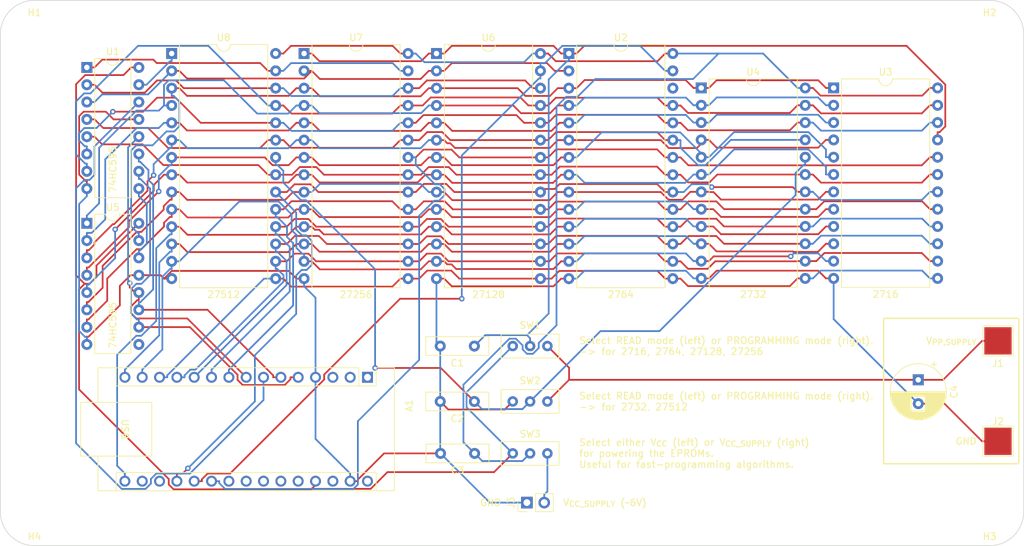
<source format=kicad_pcb>
(kicad_pcb (version 20211014) (generator pcbnew)
  (layers (0 "F.Cu" signal) (31 "B.Cu" signal) (34 "B.Paste" user) (35 "F.Paste" user) (36 "B.SilkS" user "B.Silkscreen") (37 "F.SilkS" user "F.Silkscreen") (38 "B.Mask" user) (39 "F.Mask" user) (44 "Edge.Cuts" user))
  (net 0 "")
  (net 4 "GND")
  (net 5 "~{SRCLR}")
  (net 6 "SRCLK")
  (net 7 "SERIAL")
  (net 8 "RCLK")
  (net 9 "D_{7}")
  (net 10 "D_{6}")
  (net 11 "D_{5}")
  (net 12 "D_{4}")
  (net 13 "D_{3}")
  (net 14 "D_{2}")
  (net 15 "D_{1}")
  (net 16 "D_{0}")
  (net 19 "~{CE}")
  (net 20 "~{PGM}")
  (net 21 "~{OE}")
  (net 27 "VCC")
  (net 30 "V_{PP}")
  (net 31 "~{OE}{slash}V_{PP}")
  (net 32 "V_{CC, EPROM}")
  (net 33 "V_{PP,SUPPLY}")
  (net 34 "V_{CC,SUPPLY}")
  (net 35 "A_{14}")
  (net 36 "A_{13}")
  (net 37 "A_{12}")
  (net 38 "A_{11}")
  (net 39 "A_{10}")
  (net 40 "A_{9}")
  (net 41 "A_{8}")
  (net 42 "Net-(U1-Pad9)")
  (net 43 "A_{15}")
  (net 44 "A_{7}")
  (net 45 "A_{6}")
  (net 46 "A_{5}")
  (net 47 "A_{4}")
  (net 48 "A_{3}")
  (net 49 "A_{2}")
  (net 50 "A_{1}")
  (net 51 "A_{0}")
  (footprint "Package_DIP:DIP-24_W15.24mm" (layer "F.Cu") (at 148.5322 43.414)
    (fp_text reference "U4")
    (fp_text value "2732")
  )
  (footprint "Button_Switch_THT:SPDT_p2.54mm" (layer "F.Cu") (at 123.444 97.028)
    (fp_text reference "SW3")
    (fp_text value "SW_SPDT" hide)
  )
  (footprint "Package_DIP:DIP-28_W15.24mm" (layer "F.Cu") (at 109.723 38.364)
    (fp_text reference "U6")
    (fp_text value "27128")
  )
  (footprint "MountingHole:MountingHole_2.2mm_M2" (layer "F.Cu") (at 190.8 35.56)
    (fp_text reference "H2")
    (fp_text value "MountingHole" hide)
  )
  (footprint "MountingHole:MountingHole_2.2mm_M2" (layer "F.Cu") (at 190.8 105.56)
    (fp_text reference "H3")
    (fp_text value "MountingHole" hide)
  )
  (footprint "TestPoint:TestPoint_Pad_4.0x4.0mm" (layer "F.Cu") (at 192.024 95.25)
    (fp_text reference "J2")
    (fp_text value "Conn_01x01_Male" hide)
  )
  (footprint "Capacitor_THT:C_Disc_D9.0mm_W2.5mm_P5.00mm" (layer "F.Cu") (at 115.276 81.28 180)
    (fp_text reference "C1")
    (fp_text value "C")
  )
  (footprint "Capacitor_THT:C_Disc_D9.0mm_W2.5mm_P5.00mm" (layer "F.Cu") (at 115.276 89.408 180)
    (fp_text reference "C2")
    (fp_text value "C")
  )
  (footprint "Module:Arduino_Nano" (layer "F.Cu") (at 99.6158 85.862 -90)
    (fp_text reference "A1")
    (fp_text value "Arduino_Nano_v3.x")
  )
  (footprint "Capacitor_THT:CP_Radial_D8.0mm_P3.50mm" (layer "F.Cu") (at 180.34 86.2313 -90)
    (fp_text reference "C4")
    (fp_text value "C_Polarized_Small" hide)
  )
  (footprint "Package_DIP:DIP-28_W15.24mm" (layer "F.Cu") (at 70.9138 38.364)
    (fp_text reference "U8")
    (fp_text value "27512")
  )
  (footprint "MountingHole:MountingHole_2.2mm_M2" (layer "F.Cu") (at 50.8 105.56)
    (fp_text reference "H4")
    (fp_text value "MountingHole" hide)
  )
  (footprint "MountingHole:MountingHole_2.2mm_M2" (layer "F.Cu") (at 50.8 35.56)
    (fp_text reference "H1")
    (fp_text value "MountingHole" hide)
  )
  (footprint "Connector_PinHeader_2.54mm:PinHeader_1x02_P2.54mm_Vertical" (layer "F.Cu") (at 122.9788 104.2452 90)
    (fp_text reference "J3")
    (fp_text value "Conn_01x02_Male" hide)
  )
  (footprint "Package_DIP:DIP-28_W15.24mm" (layer "F.Cu") (at 129.1276 38.364)
    (fp_text reference "U2")
    (fp_text value "2764")
  )
  (footprint "Package_DIP:DIP-24_W15.24mm" (layer "F.Cu") (at 167.9368 43.414)
    (fp_text reference "U3")
    (fp_text value "2716")
  )
  (footprint "Package_DIP:DIP-16_W7.62mm" (layer "F.Cu") (at 58.4778 63.261)
    (fp_text reference "U5")
    (fp_text value "74HC595")
  )
  (footprint "Package_DIP:DIP-28_W15.24mm" (layer "F.Cu") (at 90.3184 38.364)
    (fp_text reference "U7")
    (fp_text value "27256")
  )
  (footprint "Package_DIP:DIP-16_W7.62mm" (layer "F.Cu") (at 58.4778 40.401)
    (fp_text reference "U1")
    (fp_text value "74HC595")
  )
  (footprint "Button_Switch_THT:SPDT_p2.54mm" (layer "F.Cu") (at 123.444 89.408)
    (fp_text reference "SW2")
    (fp_text value "SW_SPDT" hide)
  )
  (footprint "Capacitor_THT:C_Disc_D9.0mm_W2.5mm_P5.00mm" (layer "F.Cu") (at 115.316 97.028 180)
    (fp_text reference "C3")
    (fp_text value "C")
  )
  (footprint "TestPoint:TestPoint_Pad_4.0x4.0mm" (layer "F.Cu") (at 192.024 80.518)
    (fp_text reference "J1")
    (fp_text value "Conn_01x01_Male" hide)
  )
  (footprint "Button_Switch_THT:SPDT_p2.54mm" (layer "F.Cu") (at 123.444 81.28)
    (fp_text reference "SW1")
    (fp_text value "SW_SPDT" hide)
  )
  (gr_rect (start 175.26 77.216) (end 195.072 98.552) (layer "F.SilkS") (width 0.2) (fill none))
  (gr_line locked (start 195.8 35.56) (end 195.8 105.56) (layer "Edge.Cuts") (width 0.1))
  (gr_arc (start 195.8 105.56) (mid 194.335534 109.095534) (end 190.8 110.56) (layer "Edge.Cuts") (width 0.1))
  (gr_line (start 190.8 110.56) (end 50.8 110.56) (layer "Edge.Cuts") (width 0.1))
  (gr_line (start 45.8 105.56) (end 45.8 35.56) (layer "Edge.Cuts") (width 0.1))
  (gr_arc (start 190.8 30.56) (mid 194.335534 32.024466) (end 195.8 35.56) (layer "Edge.Cuts") (width 0.1))
  (gr_arc (start 50.8 110.56) (mid 47.264466 109.095534) (end 45.8 105.56) (layer "Edge.Cuts") (width 0.1))
  (gr_line (start 50.8 30.56) (end 190.8 30.56) (layer "Edge.Cuts") (width 0.1))
  (gr_arc (start 45.8 35.56) (mid 47.264466 32.024466) (end 50.8 30.56) (layer "Edge.Cuts") (width 0.1))
  (gr_text "Select either V_{CC} (left) or V_{CC_SUPPLY} (right)\nfor powering the EPROMs. \nUseful for fast-programming algorithms." (at 130.556 97.028) (layer "F.SilkS") (effects (font (size 1 1)) (justify left)))
  (gr_text "GND" (at 117.6498 104.24525) (layer "F.SilkS") (effects (font (size 1 1))))
  (gr_text "V_{PP,SUPPLY}" (at 188.976 80.518) (layer "F.SilkS") (effects (font (size 1 1)) (justify right)))
  (gr_text "GND" (at 188.976 95.25) (layer "F.SilkS") (effects (font (size 1 1)) (justify right)))
  (gr_text "Select READ mode (left) or PROGRAMMING mode (right).\n-> for 2732, 27512" (at 130.556 89.408) (layer "F.SilkS") (effects (font (size 1 1)) (justify left)))
  (gr_text "V_{CC_SUPPLY} (~6V)" (at 134.4138 104.24525) (layer "F.SilkS") (effects (font (size 1 1))))
  (gr_text "Select READ mode (left) or PROGRAMMING mode (right).\n-> for 2716, 2764, 27128, 27256" (at 130.556 81.28) (layer "F.SilkS") (effects (font (size 1 1)) (justify left)))
  (segment (start 70.9229 70.2498) (end 69.7887 71.384) (width 0.25) (layer "F.Cu") (net 4))
  (segment (start 109.723 71.384) (end 110.848 71.384) (width 0.25) (layer "F.Cu") (net 4))
  (segment (start 58.4778 79.9159) (end 58.4778 81.041) (width 0.25) (layer "F.Cu") (net 4))
  (segment (start 110.276 89.408) (end 111.4566 90.5886) (width 0.25) (layer "F.Cu") (net 4))
  (segment (start 58.0046 46.8956) (end 57.3526 47.5476) (width 0.25) (layer "F.Cu") (net 4))
  (segment (start 69.2857 70.881) (end 66.0978 70.881) (width 0.25) (layer "F.Cu") (net 4))
  (segment (start 148.5322 71.354) (end 149.657 71.354) (width 0.25) (layer "F.Cu") (net 4))
  (segment (start 58.2851 57.0559) (end 58.4778 57.0559) (width 0.25) (layer "F.Cu") (net 4))
  (segment (start 126.877 72.5092) (end 128.002 71.384) (width 0.25) (layer "F.Cu") (net 4))
  (segment (start 66.0978 70.881) (end 64.8796 70.881) (width 0.25) (layer "F.Cu") (net 4))
  (segment (start 184.18 89.7313) (end 189.699 95.25) (width 0.25) (layer "F.Cu") (net 4))
  (segment (start 119.7234 90.5886) (end 120.904 89.408) (width 0.25) (layer "F.Cu") (net 4))
  (segment (start 64.8796 70.881) (end 63.3174 72.4432) (width 0.25) (layer "F.Cu") (net 4))
  (segment (start 102.0417 97.028) (end 98.2009 100.8688) (width 0.25) (layer "F.Cu") (net 4))
  (segment (start 63.3174 75.3094) (end 58.7109 79.9159) (width 0.25) (layer "F.Cu") (net 4))
  (segment (start 90.3184 71.384) (end 89.1933 71.384) (width 0.25) (layer "F.Cu") (net 4))
  (segment (start 66.0978 48.021) (end 62.3908 48.021) (width 0.25) (layer "F.Cu") (net 4))
  (segment (start 63.3174 72.4432) (end 63.3174 75.3094) (width 0.25) (layer "F.Cu") (net 4))
  (segment (start 88.0591 70.2498) (end 70.9229 70.2498) (width 0.25) (layer "F.Cu") (net 4))
  (segment (start 165.677 70.2196) (end 166.812 71.354) (width 0.25) (layer "F.Cu") (net 4))
  (segment (start 110.848 71.384) (end 111.973 72.5092) (width 0.25) (layer "F.Cu") (net 4))
  (segment (start 62.3908 48.021) (end 61.2654 46.8956) (width 0.25) (layer "F.Cu") (net 4))
  (segment (start 189.699 95.25) (end 192.024 95.25) (width 0.25) (layer "F.Cu") (net 4))
  (segment (start 149.657 71.354) (end 150.792 70.2196) (width 0.25) (layer "F.Cu") (net 4))
  (segment (start 110.316 97.028) (end 102.0417 97.028) (width 0.25) (layer "F.Cu") (net 4))
  (segment (start 61.2654 46.8956) (end 58.0046 46.8956) (width 0.25) (layer "F.Cu") (net 4))
  (segment (start 111.973 72.5092) (end 126.877 72.5092) (width 0.25) (layer "F.Cu") (net 4))
  (segment (start 180.34 89.7313) (end 184.18 89.7313) (width 0.25) (layer "F.Cu") (net 4))
  (segment (start 57.3526 47.5476) (end 57.3526 56.1234) (width 0.25) (layer "F.Cu") (net 4))
  (segment (start 58.7109 79.9159) (end 58.4778 79.9159) (width 0.25) (layer "F.Cu") (net 4))
  (segment (start 111.4566 90.5886) (end 119.7234 90.5886) (width 0.25) (layer "F.Cu") (net 4))
  (segment (start 69.7887 71.384) (end 69.2857 70.881) (width 0.25) (layer "F.Cu") (net 4))
  (segment (start 70.9138 71.384) (end 69.7887 71.384) (width 0.25) (layer "F.Cu") (net 4))
  (segment (start 58.4778 57.0559) (end 58.4778 58.181) (width 0.25) (layer "F.Cu") (net 4))
  (segment (start 150.792 70.2196) (end 165.677 70.2196) (width 0.25) (layer "F.Cu") (net 4))
  (segment (start 89.1933 71.384) (end 88.0591 70.2498) (width 0.25) (layer "F.Cu") (net 4))
  (segment (start 97.0758 101.102) (end 98.2009 101.102) (width 0.25) (layer "F.Cu") (net 4))
  (segment (start 98.2009 100.8688) (end 98.2009 101.102) (width 0.25) (layer "F.Cu") (net 4))
  (segment (start 57.3526 56.1234) (end 58.2851 57.0559) (width 0.25) (layer "F.Cu") (net 4))
  (segment (start 128.002 71.384) (end 129.1276 71.384) (width 0.25) (layer "F.Cu") (net 4))
  (segment (start 166.812 71.354) (end 167.9368 71.354) (width 0.25) (layer "F.Cu") (net 4))
  (segment (start 167.9368 71.354) (end 167.937 71.354) (width 0.25) (layer "B.Cu") (net 4))
  (segment (start 110.316 97.028) (end 110.276 96.988) (width 0.25) (layer "B.Cu") (net 4))
  (segment (start 148.5322 71.354) (end 148.532 71.354) (width 0.25) (layer "B.Cu") (net 4))
  (segment (start 90.3184 72.5091) (end 91.9958 74.1865) (width 0.25) (layer "B.Cu") (net 4))
  (segment (start 58.4778 79.9159) (end 58.4778 81.041) (width 0.25) (layer "B.Cu") (net 4))
  (segment (start 109.723 71.384) (end 109.723 80.727) (width 0.25) (layer "B.Cu") (net 4))
  (segment (start 91.9958 94.8969) (end 91.9958 85.862) (width 0.25) (layer "B.Cu") (net 4))
  (segment (start 146.282 70.229) (end 147.407 71.354) (width 0.25) (layer "B.Cu") (net 4))
  (segment (start 167.937 77.3281) (end 180.34 89.7313) (width 0.25) (layer "B.Cu") (net 4))
  (segment (start 131.408 70.229) (end 146.282 70.229) (width 0.25) (layer "B.Cu") (net 4))
  (segment (start 167.937 71.354) (end 167.937 77.3281) (width 0.25) (layer "B.Cu") (net 4))
  (segment (start 57.3526 79.072) (end 58.1965 79.9159) (width 0.25) (layer "B.Cu") (net 4))
  (segment (start 58.4778 58.181) (end 58.4778 59.3061) (width 0.25) (layer "B.Cu") (net 4))
  (segment (start 57.3526 60.4313) (end 57.3526 79.072) (width 0.25) (layer "B.Cu") (net 4))
  (segment (start 97.0758 101.102) (end 97.0758 99.9769) (width 0.25) (layer "B.Cu") (net 4))
  (segment (start 130.253 71.384) (end 131.408 70.229) (width 0.25) (layer "B.Cu") (net 4))
  (segment (start 58.1965 79.9159) (end 58.4778 79.9159) (width 0.25) (layer "B.Cu") (net 4))
  (segment (start 91.9958 74.1865) (end 91.9958 85.862) (width 0.25) (layer "B.Cu") (net 4))
  (segment (start 97.0758 99.9769) (end 91.9958 94.8969) (width 0.25) (layer "B.Cu") (net 4))
  (segment (start 110.276 96.988) (end 110.276 89.408) (width 0.25) (layer "B.Cu") (net 4))
  (segment (start 58.4778 59.3061) (end 57.3526 60.4313) (width 0.25) (layer "B.Cu") (net 4))
  (segment (start 147.407 71.354) (end 148.532 71.354) (width 0.25) (layer "B.Cu") (net 4))
  (segment (start 122.9788 104.2452) (end 117.5332 104.2452) (width 0.25) (layer "B.Cu") (net 4))
  (segment (start 110.276 89.408) (end 110.276 81.28) (width 0.25) (layer "B.Cu") (net 4))
  (segment (start 129.1276 71.384) (end 129.128 71.384) (width 0.25) (layer "B.Cu") (net 4))
  (segment (start 117.5332 104.2452) (end 110.316 97.028) (width 0.25) (layer "B.Cu") (net 4))
  (segment (start 109.723 80.727) (end 110.276 81.28) (width 0.25) (layer "B.Cu") (net 4))
  (segment (start 90.3184 71.384) (end 90.3184 72.5091) (width 0.25) (layer "B.Cu") (net 4))
  (segment (start 129.128 71.384) (end 130.253 71.384) (width 0.25) (layer "B.Cu") (net 4))
  (segment (start 73.5849 78.501) (end 66.0978 78.501) (width 0.25) (layer "F.Cu") (net 5))
  (segment (start 80.5658 86.2413) (end 80.5658 85.4819) (width 0.25) (layer "F.Cu") (net 5))
  (segment (start 80.5658 85.4819) (end 73.5849 78.501) (width 0.25) (layer "F.Cu") (net 5))
  (segment (start 89.4558 85.862) (end 88.3307 85.862) (width 0.25) (layer "F.Cu") (net 5))
  (segment (start 87.4793 86.9947) (end 81.3192 86.9947) (width 0.25) (layer "F.Cu") (net 5))
  (segment (start 81.3192 86.9947) (end 80.5658 86.2413) (width 0.25) (layer "F.Cu") (net 5))
  (segment (start 88.3307 86.1433) (end 87.4793 86.9947) (width 0.25) (layer "F.Cu") (net 5))
  (segment (start 88.3307 85.862) (end 88.3307 86.1433) (width 0.25) (layer "F.Cu") (net 5))
  (segment (start 66.3309 56.7661) (end 66.0978 56.7661) (width 0.25) (layer "B.Cu") (net 5))
  (segment (start 66.0978 77.3759) (end 65.8165 77.3759) (width 0.25) (layer "B.Cu") (net 5))
  (segment (start 65.8165 77.3759) (end 64.9715 76.5309) (width 0.25) (layer "B.Cu") (net 5))
  (segment (start 66.0978 56.7661) (end 66.0978 55.641) (width 0.25) (layer "B.Cu") (net 5))
  (segment (start 66.477 72.151) (end 67.747 70.881) (width 0.25) (layer "B.Cu") (net 5))
  (segment (start 64.9715 72.9104) (end 65.7309 72.151) (width 0.25) (layer "B.Cu") (net 5))
  (segment (start 67.747 58.1822) (end 66.3309 56.7661) (width 0.25) (layer "B.Cu") (net 5))
  (segment (start 66.0978 78.501) (end 66.0978 77.3759) (width 0.25) (layer "B.Cu") (net 5))
  (segment (start 67.747 70.881) (end 67.747 58.1822) (width 0.25) (layer "B.Cu") (net 5))
  (segment (start 65.7309 72.151) (end 66.477 72.151) (width 0.25) (layer "B.Cu") (net 5))
  (segment (start 64.9715 76.5309) (end 64.9715 72.9104) (width 0.25) (layer "B.Cu") (net 5))
  (segment (start 85.7907 85.862) (end 85.7907 85.5807) (width 0.25) (layer "F.Cu") (net 6))
  (segment (start 86.9158 85.862) (end 85.7907 85.862) (width 0.25) (layer "F.Cu") (net 6))
  (segment (start 76.171 75.961) (end 66.0978 75.961) (width 0.25) (layer "F.Cu") (net 6))
  (segment (start 85.7907 85.5807) (end 76.171 75.961) (width 0.25) (layer "F.Cu") (net 6))
  (segment (start 66.2759 54.2261) (end 66.0978 54.2261) (width 0.25) (layer "B.Cu") (net 6))
  (segment (start 66.0978 54.2261) (end 66.0978 53.101) (width 0.25) (layer "B.Cu") (net 6))
  (segment (start 68.1973 57.5976) (end 67.5109 56.9112) (width 0.25) (layer "B.Cu") (net 6))
  (segment (start 67.5109 56.9112) (end 67.5109 55.4611) (width 0.25) (layer "B.Cu") (net 6))
  (segment (start 66.0978 74.8359) (end 66.3309 74.8359) (width 0.25) (layer "B.Cu") (net 6))
  (segment (start 66.3309 74.8359) (end 68.1973 72.9695) (width 0.25) (layer "B.Cu") (net 6))
  (segment (start 66.0978 75.961) (end 66.0978 74.8359) (width 0.25) (layer "B.Cu") (net 6))
  (segment (start 68.1973 72.9695) (end 68.1973 57.5976) (width 0.25) (layer "B.Cu") (net 6))
  (segment (start 67.5109 55.4611) (end 66.2759 54.2261) (width 0.25) (layer "B.Cu") (net 6))
  (segment (start 58.8623 56.911) (end 59.603 56.1703) (width 0.25) (layer "B.Cu") (net 7))
  (segment (start 68.6636 99.9768) (end 67.8658 100.775) (width 0.25) (layer "B.Cu") (net 7))
  (segment (start 56.8964 95.5383) (end 56.8964 58.1361) (width 0.25) (layer "B.Cu") (net 7))
  (segment (start 67.0792 102.238) (end 63.596 102.238) (width 0.25) (layer "B.Cu") (net 7))
  (segment (start 67.8658 101.451) (end 67.0792 102.238) (width 0.25) (layer "B.Cu") (net 7))
  (segment (start 58.1215 56.911) (end 58.8623 56.911) (width 0.25) (layer "B.Cu") (net 7))
  (segment (start 84.3758 89.1897) (end 73.5887 99.9768) (width 0.25) (layer "B.Cu") (net 7))
  (segment (start 84.3758 85.862) (end 84.3758 89.1897) (width 0.25) (layer "B.Cu") (net 7))
  (segment (start 63.596 102.238) (end 56.8964 95.5383) (width 0.25) (layer "B.Cu") (net 7))
  (segment (start 59.603 51.9758) (end 66.0978 45.481) (width 0.25) (layer "B.Cu") (net 7))
  (segment (start 59.603 56.1703) (end 59.603 51.9758) (width 0.25) (layer "B.Cu") (net 7))
  (segment (start 73.5887 99.9768) (end 68.6636 99.9768) (width 0.25) (layer "B.Cu") (net 7))
  (segment (start 67.8658 100.775) (end 67.8658 101.451) (width 0.25) (layer "B.Cu") (net 7))
  (segment (start 56.8964 58.1361) (end 58.1215 56.911) (width 0.25) (layer "B.Cu") (net 7))
  (segment (start 73.2048 77.231) (end 65.7362 77.231) (width 0.25) (layer "F.Cu") (net 8))
  (segment (start 81.8358 85.862) (end 73.2048 77.231) (width 0.25) (layer "F.Cu") (net 8))
  (segment (start 64.9463 76.4411) (end 64.9463 75.4644) (width 0.25) (layer "F.Cu") (net 8))
  (segment (start 64.7684 72.6541) (end 64.7684 72.0585) (width 0.25) (layer "F.Cu") (net 8))
  (segment (start 66.0978 73.421) (end 66.0978 73.9835) (width 0.25) (layer "F.Cu") (net 8))
  (segment (start 64.9463 75.4644) (end 65.8646 74.5461) (width 0.25) (layer "F.Cu") (net 8))
  (segment (start 66.0978 74.5461) (end 66.0978 73.9835) (width 0.25) (layer "F.Cu") (net 8))
  (segment (start 66.0978 73.9835) (end 64.7684 72.6541) (width 0.25) (layer "F.Cu") (net 8))
  (segment (start 65.8646 74.5461) (end 66.0978 74.5461) (width 0.25) (layer "F.Cu") (net 8))
  (segment (start 65.7362 77.231) (end 64.9463 76.4411) (width 0.25) (layer "F.Cu") (net 8))
  (via (at 64.7684 72.0585) (size 0.8) (drill 0.4) (layers "F.Cu" "B.Cu") (net 8))
  (segment (start 64.5225 52.1363) (end 64.5225 71.8126) (width 0.25) (layer "B.Cu") (net 8))
  (segment (start 64.5225 71.8126) (end 64.7684 72.0585) (width 0.25) (layer "B.Cu") (net 8))
  (segment (start 66.0978 50.561) (end 64.5225 52.1363) (width 0.25) (layer "B.Cu") (net 8))
  (segment (start 106.684 61.224) (end 107.861 60.0467) (width 0.25) (layer "F.Cu") (net 9))
  (segment (start 112.121 61.224) (end 124.963 61.224) (width 0.25) (layer "F.Cu") (net 9))
  (segment (start 146.661 60.0561) (end 150.741 60.0561) (width 0.25) (layer "F.Cu") (net 9))
  (segment (start 144.3676 61.224) (end 145.493 61.224) (width 0.25) (layer "F.Cu") (net 9))
  (segment (start 182.052 61.194) (end 183.1768 61.194) (width 0.25) (layer "F.Cu") (net 9))
  (segment (start 88.4695 60.0334) (end 103.243 60.0334) (width 0.25) (layer "F.Cu") (net 9))
  (segment (start 87.2789 61.224) (end 88.4695 60.0334) (width 0.25) (layer "F.Cu") (net 9))
  (segment (start 180.902 60.0445) (end 182.052 61.194) (width 0.25) (layer "F.Cu") (net 9))
  (segment (start 105.5584 61.224) (end 106.684 61.224) (width 0.25) (layer "F.Cu") (net 9))
  (segment (start 163.7722 61.194) (end 165.402 61.194) (width 0.25) (layer "F.Cu") (net 9))
  (segment (start 127.224 60.0879) (end 142.106 60.0879) (width 0.25) (layer "F.Cu") (net 9))
  (segment (start 145.493 61.224) (end 146.661 60.0561) (width 0.25) (layer "F.Cu") (net 9))
  (segment (start 110.944 60.0467) (end 112.121 61.224) (width 0.25) (layer "F.Cu") (net 9))
  (segment (start 165.402 61.194) (end 166.551 60.0445) (width 0.25) (layer "F.Cu") (net 9))
  (segment (start 86.1538 61.224) (end 87.2789 61.224) (width 0.25) (layer "F.Cu") (net 9))
  (segment (start 103.243 60.0334) (end 104.433 61.224) (width 0.25) (layer "F.Cu") (net 9))
  (segment (start 107.861 60.0467) (end 110.944 60.0467) (width 0.25) (layer "F.Cu") (net 9))
  (segment (start 150.741 60.0561) (end 151.879 61.194) (width 0.25) (layer "F.Cu") (net 9))
  (segment (start 142.106 60.0879) (end 143.242 61.224) (width 0.25) (layer "F.Cu") (net 9))
  (segment (start 143.242 61.224) (end 144.3676 61.224) (width 0.25) (layer "F.Cu") (net 9))
  (segment (start 166.551 60.0445) (end 180.902 60.0445) (width 0.25) (layer "F.Cu") (net 9))
  (segment (start 124.963 61.224) (end 126.088 61.224) (width 0.25) (layer "F.Cu") (net 9))
  (segment (start 151.879 61.194) (end 163.7722 61.194) (width 0.25) (layer "F.Cu") (net 9))
  (segment (start 126.088 61.224) (end 127.224 60.0879) (width 0.25) (layer "F.Cu") (net 9))
  (segment (start 104.433 61.224) (end 105.5584 61.224) (width 0.25) (layer "F.Cu") (net 9))
  (segment (start 86.1538 61.224) (end 86.1538 62.3491) (width 0.25) (layer "B.Cu") (net 9))
  (segment (start 88.7146 75.3181) (end 79.2958 84.7369) (width 0.25) (layer "B.Cu") (net 9))
  (segment (start 79.2958 84.7369) (end 79.2958 85.862) (width 0.25) (layer "B.Cu") (net 9))
  (segment (start 87.8145 63.7767) (end 87.8145 65.275) (width 0.25) (layer "B.Cu") (net 9))
  (segment (start 87.8145 65.275) (end 88.7146 66.1751) (width 0.25) (layer "B.Cu") (net 9))
  (segment (start 86.1538 62.3491) (end 86.3869 62.3491) (width 0.25) (layer "B.Cu") (net 9))
  (segment (start 88.7146 66.1751) (end 88.7146 75.3181) (width 0.25) (layer "B.Cu") (net 9))
  (segment (start 86.3869 62.3491) (end 87.8145 63.7767) (width 0.25) (layer "B.Cu") (net 9))
  (segment (start 123.838 63.7639) (end 111.485 63.7639) (width 0.25) (layer "F.Cu") (net 10))
  (segment (start 108.314 62.6374) (end 107.188 63.764) (width 0.25) (layer "F.Cu") (net 10))
  (segment (start 111.485 63.7639) (end 110.358 62.6374) (width 0.25) (layer "F.Cu") (net 10))
  (segment (start 145.493 63.764) (end 146.661 62.5961) (width 0.25) (layer "F.Cu") (net 10))
  (segment (start 104.433 63.7639) (end 92.0801 63.7639) (width 0.25) (layer "F.Cu") (net 10))
  (segment (start 110.358 62.6374) (end 108.314 62.6374) (width 0.25) (layer "F.Cu") (net 10))
  (segment (start 151.879 63.734) (end 163.772 63.734) (width 0.25) (layer "F.Cu") (net 10))
  (segment (start 146.661 62.5961) (end 150.741 62.5961) (width 0.25) (layer "F.Cu") (net 10))
  (segment (start 142.052 62.5734) (end 143.242 63.764) (width 0.25) (layer "F.Cu") (net 10))
  (segment (start 124.963 63.764) (end 126.088 63.764) (width 0.25) (layer "F.Cu") (net 10))
  (segment (start 88.9099 62.6374) (end 87.7833 63.764) (width 0.25) (layer "F.Cu") (net 10))
  (segment (start 150.741 62.5961) (end 151.879 63.734) (width 0.25) (layer "F.Cu") (net 10))
  (segment (start 92.0801 63.7639) (end 90.9536 62.6374) (width 0.25) (layer "F.Cu") (net 10))
  (segment (start 124.963 63.764) (end 123.838 63.764) (width 0.25) (layer "F.Cu") (net 10))
  (segment (start 163.7722 63.734) (end 163.772 63.734) (width 0.25) (layer "F.Cu") (net 10))
  (segment (start 127.279 62.5734) (end 142.052 62.5734) (width 0.25) (layer "F.Cu") (net 10))
  (segment (start 123.838 63.764) (end 123.838 63.7639) (width 0.25) (layer "F.Cu") (net 10))
  (segment (start 126.088 63.764) (end 127.279 62.5734) (width 0.25) (layer "F.Cu") (net 10))
  (segment (start 90.9536 62.6374) (end 88.9099 62.6374) (width 0.25) (layer "F.Cu") (net 10))
  (segment (start 107.188 63.764) (end 105.5584 63.764) (width 0.25) (layer "F.Cu") (net 10))
  (segment (start 104.433 63.764) (end 104.433 63.7639) (width 0.25) (layer "F.Cu") (net 10))
  (segment (start 87.7833 63.764) (end 86.1538 63.764) (width 0.25) (layer "F.Cu") (net 10))
  (segment (start 105.5584 63.764) (end 104.433 63.764) (width 0.25) (layer "F.Cu") (net 10))
  (segment (start 143.242 63.764) (end 144.3676 63.764) (width 0.25) (layer "F.Cu") (net 10))
  (segment (start 144.3676 63.764) (end 145.493 63.764) (width 0.25) (layer "F.Cu") (net 10))
  (segment (start 180.902 62.5845) (end 182.052 63.734) (width 0.25) (layer "B.Cu") (net 10))
  (segment (start 76.7558 85.862) (end 76.7558 84.7369) (width 0.25) (layer "B.Cu") (net 10))
  (segment (start 88.213 66.7152) (end 86.3869 64.8891) (width 0.25) (layer "B.Cu") (net 10))
  (segment (start 163.7722 63.734) (end 164.897 63.734) (width 0.25) (layer "B.Cu") (net 10))
  (segment (start 182.052 63.734) (end 183.1768 63.734) (width 0.25) (layer "B.Cu") (net 10))
  (segment (start 86.1538 64.8891) (end 86.1538 63.764) (width 0.25) (layer "B.Cu") (net 10))
  (segment (start 86.3869 64.8891) (end 86.1538 64.8891) (width 0.25) (layer "B.Cu") (net 10))
  (segment (start 88.213 73.2797) (end 88.213 66.7152) (width 0.25) (layer "B.Cu") (net 10))
  (segment (start 76.7558 84.7369) (end 88.213 73.2797) (width 0.25) (layer "B.Cu") (net 10))
  (segment (start 164.897 63.734) (end 166.047 62.5845) (width 0.25) (layer "B.Cu") (net 10))
  (segment (start 166.047 62.5845) (end 180.902 62.5845) (width 0.25) (layer "B.Cu") (net 10))
  (segment (start 107.188 66.304) (end 108.314 65.1774) (width 0.25) (layer "F.Cu") (net 11))
  (segment (start 88.9622 65.1251) (end 92.4864 65.1251) (width 0.25) (layer "F.Cu") (net 11))
  (segment (start 150.741 65.1361) (end 151.879 66.274) (width 0.25) (layer "F.Cu") (net 11))
  (segment (start 151.879 66.274) (end 163.772 66.274) (width 0.25) (layer "F.Cu") (net 11))
  (segment (start 142.052 65.1134) (end 143.242 66.304) (width 0.25) (layer "F.Cu") (net 11))
  (segment (start 124.963 66.304) (end 126.088 66.304) (width 0.25) (layer "F.Cu") (net 11))
  (segment (start 87.7833 66.304) (end 88.9622 65.1251) (width 0.25) (layer "F.Cu") (net 11))
  (segment (start 126.088 66.304) (end 127.279 65.1134) (width 0.25) (layer "F.Cu") (net 11))
  (segment (start 144.3676 66.304) (end 145.493 66.304) (width 0.25) (layer "F.Cu") (net 11))
  (segment (start 145.493 66.304) (end 146.661 65.1361) (width 0.25) (layer "F.Cu") (net 11))
  (segment (start 86.1538 66.304) (end 87.7833 66.304) (width 0.25) (layer "F.Cu") (net 11))
  (segment (start 105.5584 66.304) (end 107.188 66.304) (width 0.25) (layer "F.Cu") (net 11))
  (segment (start 143.242 66.304) (end 144.3676 66.304) (width 0.25) (layer "F.Cu") (net 11))
  (segment (start 127.279 65.1134) (end 142.052 65.1134) (width 0.25) (layer "F.Cu") (net 11))
  (segment (start 146.661 65.1361) (end 150.741 65.1361) (width 0.25) (layer "F.Cu") (net 11))
  (segment (start 111.485 66.304) (end 124.963 66.304) (width 0.25) (layer "F.Cu") (net 11))
  (segment (start 92.4864 65.1251) (end 93.6653 66.304) (width 0.25) (layer "F.Cu") (net 11))
  (segment (start 163.772 66.274) (end 163.7722 66.274) (width 0.25) (layer "F.Cu") (net 11))
  (segment (start 110.358 65.1774) (end 111.485 66.304) (width 0.25) (layer "F.Cu") (net 11))
  (segment (start 93.6653 66.304) (end 105.5584 66.304) (width 0.25) (layer "F.Cu") (net 11))
  (segment (start 108.314 65.1774) (end 110.358 65.1774) (width 0.25) (layer "F.Cu") (net 11))
  (segment (start 180.861 65.0834) (end 182.052 66.274) (width 0.25) (layer "B.Cu") (net 11))
  (segment (start 86.3869 67.4291) (end 86.1538 67.4291) (width 0.25) (layer "B.Cu") (net 11))
  (segment (start 163.7722 66.274) (end 164.897 66.274) (width 0.25) (layer "B.Cu") (net 11))
  (segment (start 182.052 66.274) (end 183.1768 66.274) (width 0.25) (layer "B.Cu") (net 11))
  (segment (start 164.897 66.274) (end 166.088 65.0834) (width 0.25) (layer "B.Cu") (net 11))
  (segment (start 87.7564 68.7986) (end 86.3869 67.4291) (width 0.25) (layer "B.Cu") (net 11))
  (segment (start 86.1538 67.4291) (end 86.1538 66.304) (width 0.25) (layer "B.Cu") (net 11))
  (segment (start 74.2158 85.862) (end 87.7564 72.3214) (width 0.25) (layer "B.Cu") (net 11))
  (segment (start 166.088 65.0834) (end 180.861 65.0834) (width 0.25) (layer "B.Cu") (net 11))
  (segment (start 87.7564 72.3214) (end 87.7564 68.7986) (width 0.25) (layer "B.Cu") (net 11))
  (segment (start 110.358 67.7174) (end 108.314 67.7174) (width 0.25) (layer "F.Cu") (net 12))
  (segment (start 105.5584 68.844) (end 92.0802 68.844) (width 0.25) (layer "F.Cu") (net 12))
  (segment (start 126.288 68.844) (end 127.438 67.6945) (width 0.25) (layer "F.Cu") (net 12))
  (segment (start 182.052 68.814) (end 183.1768 68.814) (width 0.25) (layer "F.Cu") (net 12))
  (segment (start 142.093 67.6945) (end 143.242 68.844) (width 0.25) (layer "F.Cu") (net 12))
  (segment (start 165.402 68.814) (end 166.592 67.6234) (width 0.25) (layer "F.Cu") (net 12))
  (segment (start 108.314 67.7174) (end 107.188 68.844) (width 0.25) (layer "F.Cu") (net 12))
  (segment (start 180.861 67.6234) (end 182.052 68.814) (width 0.25) (layer "F.Cu") (net 12))
  (segment (start 107.188 68.844) (end 105.5584 68.844) (width 0.25) (layer "F.Cu") (net 12))
  (segment (start 162.616 68.8448) (end 162.647 68.814) (width 0.25) (layer "F.Cu") (net 12))
  (segment (start 150.582 68.8448) (end 162.616 68.8448) (width 0.25) (layer "F.Cu") (net 12))
  (segment (start 166.592 67.6234) (end 180.861 67.6234) (width 0.25) (layer "F.Cu") (net 12))
  (segment (start 124.963 68.844) (end 123.838 68.844) (width 0.25) (layer "F.Cu") (net 12))
  (segment (start 92.0802 68.844) (end 90.9536 67.7174) (width 0.25) (layer "F.Cu") (net 12))
  (segment (start 127.438 67.6945) (end 142.093 67.6945) (width 0.25) (layer "F.Cu") (net 12))
  (segment (start 144.3676 68.844) (end 145.493 68.844) (width 0.25) (layer "F.Cu") (net 12))
  (segment (start 149.48 69.9463) (end 150.582 68.8448) (width 0.25) (layer "F.Cu") (net 12))
  (segment (start 163.7722 68.814) (end 165.402 68.814) (width 0.25) (layer "F.Cu") (net 12))
  (segment (start 87.7833 68.844) (end 86.1538 68.844) (width 0.25) (layer "F.Cu") (net 12))
  (segment (start 88.9099 67.7174) (end 87.7833 68.844) (width 0.25) (layer "F.Cu") (net 12))
  (segment (start 123.838 68.844) (end 123.838 68.8439) (width 0.25) (layer "F.Cu") (net 12))
  (segment (start 124.963 68.844) (end 126.288 68.844) (width 0.25) (layer "F.Cu") (net 12))
  (segment (start 146.595 69.9463) (end 149.48 69.9463) (width 0.25) (layer "F.Cu") (net 12))
  (segment (start 90.9536 67.7174) (end 88.9099 67.7174) (width 0.25) (layer "F.Cu") (net 12))
  (segment (start 145.493 68.844) (end 146.595 69.9463) (width 0.25) (layer "F.Cu") (net 12))
  (segment (start 123.838 68.8439) (end 111.485 68.8439) (width 0.25) (layer "F.Cu") (net 12))
  (segment (start 162.647 68.814) (end 163.7722 68.814) (width 0.25) (layer "F.Cu") (net 12))
  (segment (start 111.485 68.8439) (end 110.358 67.7174) (width 0.25) (layer "F.Cu") (net 12))
  (segment (start 143.242 68.844) (end 144.3676 68.844) (width 0.25) (layer "F.Cu") (net 12))
  (segment (start 86.3869 69.9691) (end 86.1538 69.9691) (width 0.25) (layer "B.Cu") (net 12))
  (segment (start 71.6758 85.862) (end 72.8009 85.862) (width 0.25) (layer "B.Cu") (net 12))
  (segment (start 86.1538 69.9691) (end 86.1538 68.844) (width 0.25) (layer "B.Cu") (net 12))
  (segment (start 72.8009 85.5806) (end 73.6446 84.7369) (width 0.25) (layer "B.Cu") (net 12))
  (segment (start 87.3062 70.8884) (end 86.3869 69.9691) (width 0.25) (layer "B.Cu") (net 12))
  (segment (start 72.8009 85.862) (end 72.8009 85.5806) (width 0.25) (layer "B.Cu") (net 12))
  (segment (start 87.3062 71.8261) (end 87.3062 70.8884) (width 0.25) (layer "B.Cu") (net 12))
  (segment (start 74.3954 84.7369) (end 87.3062 71.8261) (width 0.25) (layer "B.Cu") (net 12))
  (segment (start 73.6446 84.7369) (end 74.3954 84.7369) (width 0.25) (layer "B.Cu") (net 12))
  (segment (start 143.242 71.384) (end 142.115 70.2562) (width 0.25) (layer "F.Cu") (net 13))
  (segment (start 142.115 70.2562) (end 127.72 70.2562) (width 0.25) (layer "F.Cu") (net 13))
  (segment (start 113.07 71.384) (end 124.963 71.384) (width 0.25) (layer "F.Cu") (net 13))
  (segment (start 111.889 70.2033) (end 113.07 71.384) (width 0.25) (layer "F.Cu") (net 13))
  (segment (start 161.517 72.4843) (end 146.593 72.4843) (width 0.25) (layer "F.Cu") (net 13))
  (segment (start 103.261 72.5563) (end 104.433 71.384) (width 0.25) (layer "F.Cu") (net 13))
  (segment (start 162.647 71.354) (end 161.517 72.4843) (width 0.25) (layer "F.Cu") (net 13))
  (segment (start 107.188 71.384) (end 108.369 70.2033) (width 0.25) (layer "F.Cu") (net 13))
  (segment (start 146.593 72.4843) (end 145.493 71.384) (width 0.25) (layer "F.Cu") (net 13))
  (segment (start 105.5584 71.384) (end 107.188 71.384) (width 0.25) (layer "F.Cu") (net 13))
  (segment (start 127.72 70.2562) (end 126.592 71.384) (width 0.25) (layer "F.Cu") (net 13))
  (segment (start 126.592 71.384) (end 124.963 71.384) (width 0.25) (layer "F.Cu") (net 13))
  (segment (start 144.3676 71.384) (end 143.242 71.384) (width 0.25) (layer "F.Cu") (net 13))
  (segment (start 87.2789 71.384) (end 88.4512 72.5563) (width 0.25) (layer "F.Cu") (net 13))
  (segment (start 104.433 71.384) (end 105.5584 71.384) (width 0.25) (layer "F.Cu") (net 13))
  (segment (start 108.369 70.2033) (end 111.889 70.2033) (width 0.25) (layer "F.Cu") (net 13))
  (segment (start 88.4512 72.5563) (end 103.261 72.5563) (width 0.25) (layer "F.Cu") (net 13))
  (segment (start 145.493 71.384) (end 144.3676 71.384) (width 0.25) (layer "F.Cu") (net 13))
  (segment (start 163.772 71.354) (end 162.647 71.354) (width 0.25) (layer "F.Cu") (net 13))
  (segment (start 163.7722 71.354) (end 163.772 71.354) (width 0.25) (layer "F.Cu") (net 13))
  (segment (start 86.1538 71.384) (end 87.2789 71.384) (width 0.25) (layer "F.Cu") (net 13))
  (segment (start 84.4576 71.384) (end 86.1538 71.384) (width 0.25) (layer "B.Cu") (net 13))
  (segment (start 69.1358 85.862) (end 70.2609 85.862) (width 0.25) (layer "B.Cu") (net 13))
  (segment (start 166.047 70.2045) (end 180.902 70.2045) (width 0.25) (layer "B.Cu") (net 13))
  (segment (start 180.902 70.2045) (end 182.052 71.354) (width 0.25) (layer "B.Cu") (net 13))
  (segment (start 163.7722 71.354) (end 164.897 71.354) (width 0.25) (layer "B.Cu") (net 13))
  (segment (start 70.2609 85.862) (end 70.2609 85.5807) (width 0.25) (layer "B.Cu") (net 13))
  (segment (start 164.897 71.354) (end 166.047 70.2045) (width 0.25) (layer "B.Cu") (net 13))
  (segment (start 182.052 71.354) (end 183.1768 71.354) (width 0.25) (layer "B.Cu") (net 13))
  (segment (start 70.2609 85.5807) (end 84.4576 71.384) (width 0.25) (layer "B.Cu") (net 13))
  (segment (start 126.868 69.9783) (end 112.619 69.9783) (width 0.25) (layer "F.Cu") (net 14))
  (segment (start 150.352 68.1197) (end 149.657 68.814) (width 0.25) (layer "F.Cu") (net 14))
  (segment (start 129.1276 68.844) (end 128.002 68.844) (width 0.25) (layer "F.Cu") (net 14))
  (segment (start 91.4435 68.844) (end 92.6341 70.0346) (width 0.25) (layer "F.Cu") (net 14))
  (segment (start 90.3184 68.844) (end 91.4435 68.844) (width 0.25) (layer "F.Cu") (net 14))
  (segment (start 108.598 68.844) (end 109.723 68.844) (width 0.25) (layer "F.Cu") (net 14))
  (segment (start 149.657 68.814) (end 148.5322 68.814) (width 0.25) (layer "F.Cu") (net 14))
  (segment (start 112.619 69.9783) (end 111.935 69.294) (width 0.25) (layer "F.Cu") (net 14))
  (segment (start 111.935 69.294) (end 111.298 69.294) (width 0.25) (layer "F.Cu") (net 14))
  (segment (start 111.298 69.294) (end 110.848 68.844) (width 0.25) (layer "F.Cu") (net 14))
  (segment (start 110.848 68.844) (end 109.723 68.844) (width 0.25) (layer "F.Cu") (net 14))
  (segment (start 92.6341 70.0346) (end 107.407 70.0346) (width 0.25) (layer "F.Cu") (net 14))
  (segment (start 161.65 68.1197) (end 150.352 68.1197) (width 0.25) (layer "F.Cu") (net 14))
  (segment (start 107.407 70.0346) (end 108.598 68.844) (width 0.25) (layer "F.Cu") (net 14))
  (segment (start 128.002 68.844) (end 126.868 69.9783) (width 0.25) (layer "F.Cu") (net 14))
  (via (at 161.65 68.1197) (size 0.8) (drill 0.4) (layers "F.Cu" "B.Cu") (net 14))
  (segment (start 66.5958 84.7369) (end 69.5476 81.7851) (width 0.25) (layer "B.Cu") (net 14))
  (segment (start 165.686 67.6888) (end 162.081 67.6888) (width 0.25) (layer "B.Cu") (net 14))
  (segment (start 90.037 67.7189) (end 89.1933 66.8752) (width 0.25) (layer "B.Cu") (net 14))
  (segment (start 88.4897 61.9666) (end 86.6029 60.0798) (width 0.25) (layer "B.Cu") (net 14))
  (segment (start 86.6029 60.0798) (end 80.8031 60.0798) (width 0.25) (layer "B.Cu") (net 14))
  (segment (start 69.5476 71.1021) (end 70.6806 69.9691) (width 0.25) (layer "B.Cu") (net 14))
  (segment (start 148.5322 68.814) (end 148.532 68.814) (width 0.25) (layer "B.Cu") (net 14))
  (segment (start 166.812 68.814) (end 165.686 67.6888) (width 0.25) (layer "B.Cu") (net 14))
  (segment (start 130.253 68.844) (end 131.408 67.689) (width 0.25) (layer "B.Cu") (net 14))
  (segment (start 66.5958 85.862) (end 66.5958 84.7369) (width 0.25) (layer "B.Cu") (net 14))
  (segment (start 89.1933 66.8752) (end 89.1933 64.9689) (width 0.25) (layer "B.Cu") (net 14))
  (segment (start 89.1933 64.9689) (end 88.4897 64.2653) (width 0.25) (layer "B.Cu") (net 14))
  (segment (start 80.8031 60.0798) (end 72.0389 68.844) (width 0.25) (layer "B.Cu") (net 14))
  (segment (start 146.282 67.689) (end 147.407 68.814) (width 0.25) (layer "B.Cu") (net 14))
  (segment (start 88.4897 64.2653) (end 88.4897 61.9666) (width 0.25) (layer "B.Cu") (net 14))
  (segment (start 90.3184 67.7189) (end 90.037 67.7189) (width 0.25) (layer "B.Cu") (net 14))
  (segment (start 167.9368 68.814) (end 166.812 68.814) (width 0.25) (layer "B.Cu") (net 14))
  (segment (start 129.1276 68.844) (end 129.128 68.844) (width 0.25) (layer "B.Cu") (net 14))
  (segment (start 70.9138 69.9691) (end 70.9138 68.844) (width 0.25) (layer "B.Cu") (net 14))
  (segment (start 129.128 68.844) (end 130.253 68.844) (width 0.25) (layer "B.Cu") (net 14))
  (segment (start 147.407 68.814) (end 148.532 68.814) (width 0.25) (layer "B.Cu") (net 14))
  (segment (start 162.081 67.6888) (end 161.65 68.1197) (width 0.25) (layer "B.Cu") (net 14))
  (segment (start 70.6806 69.9691) (end 70.9138 69.9691) (width 0.25) (layer "B.Cu") (net 14))
  (segment (start 72.0389 68.844) (end 70.9138 68.844) (width 0.25) (layer "B.Cu") (net 14))
  (segment (start 131.408 67.689) (end 146.282 67.689) (width 0.25) (layer "B.Cu") (net 14))
  (segment (start 69.5476 81.7851) (end 69.5476 71.1021) (width 0.25) (layer "B.Cu") (net 14))
  (segment (start 90.3184 68.844) (end 90.3184 67.7189) (width 0.25) (layer "B.Cu") (net 14))
  (segment (start 92.5796 67.4401) (end 91.4435 66.304) (width 0.25) (layer "F.Cu") (net 15))
  (segment (start 149.657 66.274) (end 148.5322 66.274) (width 0.25) (layer "F.Cu") (net 15))
  (segment (start 107.462 67.4401) (end 92.5796 67.4401) (width 0.25) (layer "F.Cu") (net 15))
  (segment (start 88.0027 67.4946) (end 73.2295 67.4946) (width 0.25) (layer "F.Cu") (net 15))
  (segment (start 108.598 66.304) (end 107.462 67.4401) (width 0.25) (layer "F.Cu") (net 15))
  (segment (start 165.621 67.4646) (end 162.021 67.4646) (width 0.25) (layer "F.Cu") (net 15))
  (segment (start 161.951 67.3946) (end 150.778 67.3946) (width 0.25) (layer "F.Cu") (net 15))
  (segment (start 91.4435 66.304) (end 90.3184 66.304) (width 0.25) (layer "F.Cu") (net 15))
  (segment (start 89.1933 66.304) (end 88.0027 67.4946) (width 0.25) (layer "F.Cu") (net 15))
  (segment (start 127.498 66.304) (end 126.362 67.4401) (width 0.25) (layer "F.Cu") (net 15))
  (segment (start 73.2295 67.4946) (end 72.0389 66.304) (width 0.25) (layer "F.Cu") (net 15))
  (segment (start 162.021 67.4646) (end 161.951 67.3946) (width 0.25) (layer "F.Cu") (net 15))
  (segment (start 126.362 67.4401) (end 111.984 67.4401) (width 0.25) (layer "F.Cu") (net 15))
  (segment (start 90.3184 66.304) (end 89.1933 66.304) (width 0.25) (layer "F.Cu") (net 15))
  (segment (start 129.1276 66.304) (end 127.498 66.304) (width 0.25) (layer "F.Cu") (net 15))
  (segment (start 150.778 67.3946) (end 149.657 66.274) (width 0.25) (layer "F.Cu") (net 15))
  (segment (start 110.848 66.304) (end 109.723 66.304) (width 0.25) (layer "F.Cu") (net 15))
  (segment (start 111.984 67.4401) (end 110.848 66.304) (width 0.25) (layer "F.Cu") (net 15))
  (segment (start 166.812 66.274) (end 165.621 67.4646) (width 0.25) (layer "F.Cu") (net 15))
  (segment (start 72.0389 66.304) (end 70.9138 66.304) (width 0.25) (layer "F.Cu") (net 15))
  (segment (start 167.9368 66.274) (end 166.812 66.274) (width 0.25) (layer "F.Cu") (net 15))
  (segment (start 109.723 66.304) (end 108.598 66.304) (width 0.25) (layer "F.Cu") (net 15))
  (segment (start 148.532 66.274) (end 147.407 66.274) (width 0.25) (layer "B.Cu") (net 15))
  (segment (start 70.9138 67.4291) (end 70.9138 66.304) (width 0.25) (layer "B.Cu") (net 15))
  (segment (start 64.0558 85.862) (end 64.0558 84.7369) (width 0.25) (layer "B.Cu") (net 15))
  (segment (start 131.408 65.149) (end 130.253 66.304) (width 0.25) (layer "B.Cu") (net 15))
  (segment (start 69.0975 69.0122) (end 70.6806 67.4291) (width 0.25) (layer "B.Cu") (net 15))
  (segment (start 147.407 66.274) (end 146.282 65.149) (width 0.25) (layer "B.Cu") (net 15))
  (segment (start 64.0558 84.7369) (end 69.0975 79.6952) (width 0.25) (layer "B.Cu") (net 15))
  (segment (start 129.1276 66.304) (end 129.128 66.304) (width 0.25) (layer "B.Cu") (net 15))
  (segment (start 69.0975 79.6952) (end 69.0975 69.0122) (width 0.25) (layer "B.Cu") (net 15))
  (segment (start 130.253 66.304) (end 129.128 66.304) (width 0.25) (layer "B.Cu") (net 15))
  (segment (start 70.6806 67.4291) (end 70.9138 67.4291) (width 0.25) (layer "B.Cu") (net 15))
  (segment (start 146.282 65.149) (end 131.408 65.149) (width 0.25) (layer "B.Cu") (net 15))
  (segment (start 148.5322 66.274) (end 148.532 66.274) (width 0.25) (layer "B.Cu") (net 15))
  (segment (start 93.2162 64.9001) (end 107.462 64.9001) (width 0.25) (layer "F.Cu") (net 16))
  (segment (start 167.9368 63.734) (end 166.812 63.734) (width 0.25) (layer "F.Cu") (net 16))
  (segment (start 73.2295 64.9546) (end 72.0389 63.764) (width 0.25) (layer "F.Cu") (net 16))
  (segment (start 150.294 63.734) (end 148.5322 63.734) (width 0.25) (layer "F.Cu") (net 16))
  (segment (start 110.848 63.764) (end 111.984 64.9001) (width 0.25) (layer "F.Cu") (net 16))
  (segment (start 107.462 64.9001) (end 108.598 63.764) (width 0.25) (layer "F.Cu") (net 16))
  (segment (start 91.4435 63.764) (end 91.8935 64.214) (width 0.25) (layer "F.Cu") (net 16))
  (segment (start 151.43 64.8701) (end 150.294 63.734) (width 0.25) (layer "F.Cu") (net 16))
  (segment (start 72.0389 63.764) (end 70.9138 63.764) (width 0.25) (layer "F.Cu") (net 16))
  (segment (start 92.5301 64.214) (end 93.2162 64.9001) (width 0.25) (layer "F.Cu") (net 16))
  (segment (start 108.598 63.764) (end 109.723 63.764) (width 0.25) (layer "F.Cu") (net 16))
  (segment (start 90.3184 63.764) (end 91.4435 63.764) (width 0.25) (layer "F.Cu") (net 16))
  (segment (start 165.676 64.8701) (end 151.43 64.8701) (width 0.25) (layer "F.Cu") (net 16))
  (segment (start 127.498 63.764) (end 129.1276 63.764) (width 0.25) (layer "F.Cu") (net 16))
  (segment (start 88.0027 64.9546) (end 73.2295 64.9546) (width 0.25) (layer "F.Cu") (net 16))
  (segment (start 91.8935 64.214) (end 92.5301 64.214) (width 0.25) (layer "F.Cu") (net 16))
  (segment (start 126.362 64.9001) (end 127.498 63.764) (width 0.25) (layer "F.Cu") (net 16))
  (segment (start 89.1933 63.764) (end 88.0027 64.9546) (width 0.25) (layer "F.Cu") (net 16))
  (segment (start 90.3184 63.764) (end 89.1933 63.764) (width 0.25) (layer "F.Cu") (net 16))
  (segment (start 111.984 64.9001) (end 126.362 64.9001) (width 0.25) (layer "F.Cu") (net 16))
  (segment (start 109.723 63.764) (end 110.848 63.764) (width 0.25) (layer "F.Cu") (net 16))
  (segment (start 166.812 63.734) (end 165.676 64.8701) (width 0.25) (layer "F.Cu") (net 16))
  (segment (start 130.253 63.764) (end 131.408 62.609) (width 0.25) (layer "B.Cu") (net 16))
  (segment (start 68.6474 77.5952) (end 66.4716 79.771) (width 0.25) (layer "B.Cu") (net 16))
  (segment (start 62.9227 98.8438) (end 64.0558 99.9769) (width 0.25) (layer "B.Cu") (net 16))
  (segment (start 129.128 63.764) (end 130.253 63.764) (width 0.25) (layer "B.Cu") (net 16))
  (segment (start 147.407 63.734) (end 148.532 63.734) (width 0.25) (layer "B.Cu") (net 16))
  (segment (start 70.6806 64.8891) (end 68.6474 66.9223) (width 0.25) (layer "B.Cu") (net 16))
  (segment (start 62.9227 82.5684) (end 62.9227 98.8438) (width 0.25) (layer "B.Cu") (net 16))
  (segment (start 129.1276 63.764) (end 129.128 63.764) (width 0.25) (layer "B.Cu") (net 16))
  (segment (start 70.9138 64.8891) (end 70.6806 64.8891) (width 0.25) (layer "B.Cu") (net 16))
  (segment (start 148.5322 63.734) (end 148.532 63.734) (width 0.25) (layer "B.Cu") (net 16))
  (segment (start 65.7201 79.771) (end 62.9227 82.5684) (width 0.25) (layer "B.Cu") (net 16))
  (segment (start 70.9138 63.764) (end 70.9138 64.8891) (width 0.25) (layer "B.Cu") (net 16))
  (segment (start 66.4716 79.771) (end 65.7201 79.771) (width 0.25) (layer "B.Cu") (net 16))
  (segment (start 146.282 62.609) (end 147.407 63.734) (width 0.25) (layer "B.Cu") (net 16))
  (segment (start 64.0558 99.9769) (end 64.0558 101.102) (width 0.25) (layer "B.Cu") (net 16))
  (segment (start 131.408 62.609) (end 146.282 62.609) (width 0.25) (layer "B.Cu") (net 16))
  (segment (start 68.6474 66.9223) (end 68.6474 77.5952) (width 0.25) (layer "B.Cu") (net 16))
  (segment (start 86.1538 58.684) (end 87.7833 58.684) (width 0.25) (layer "F.Cu") (net 19))
  (segment (start 124.728 58.684) (end 125.178 58.2338) (width 0.25) (layer "F.Cu") (net 19))
  (segment (start 87.7833 58.684) (end 88.9171 57.5502) (width 0.25) (layer "F.Cu") (net 19))
  (segment (start 105.5584 58.684) (end 106.684 58.684) (width 0.25) (layer "F.Cu") (net 19))
  (segment (start 142.069 57.5103) (end 143.242 58.684) (width 0.25) (layer "F.Cu") (net 19))
  (segment (start 124.963 58.684) (end 124.728 58.684) (width 0.25) (layer "F.Cu") (net 19))
  (segment (start 91.2685 57.5502) (end 92.4023 58.684) (width 0.25) (layer "F.Cu") (net 19))
  (segment (start 71.6758 99.9769) (end 72.5267 99.9769) (width 0.25) (layer "F.Cu") (net 19))
  (segment (start 88.9171 57.5502) (end 91.2685 57.5502) (width 0.25) (layer "F.Cu") (net 19))
  (segment (start 127.766 57.5103) (end 142.069 57.5103) (width 0.25) (layer "F.Cu") (net 19))
  (segment (start 125.178 58.2338) (end 127.043 58.2338) (width 0.25) (layer "F.Cu") (net 19))
  (segment (start 71.6758 101.102) (end 71.6758 99.9769) (width 0.25) (layer "F.Cu") (net 19))
  (segment (start 107.874 57.4934) (end 111.153 57.4934) (width 0.25) (layer "F.Cu") (net 19))
  (segment (start 72.5267 99.9769) (end 73.2849 99.2187) (width 0.25) (layer "F.Cu") (net 19))
  (segment (start 111.153 57.4934) (end 112.343 58.684) (width 0.25) (layer "F.Cu") (net 19))
  (segment (start 127.043 58.2338) (end 127.766 57.5103) (width 0.25) (layer "F.Cu") (net 19))
  (segment (start 161.954 57.9613) (end 162.647 58.654) (width 0.25) (layer "F.Cu") (net 19))
  (segment (start 112.343 58.684) (end 124.728 58.684) (width 0.25) (layer "F.Cu") (net 19))
  (segment (start 163.7722 58.654) (end 163.772 58.654) (width 0.25) (layer "F.Cu") (net 19))
  (segment (start 150.064 57.9613) (end 161.954 57.9613) (width 0.25) (layer "F.Cu") (net 19))
  (segment (start 162.647 58.654) (end 163.772 58.654) (width 0.25) (layer "F.Cu") (net 19))
  (segment (start 106.684 58.684) (end 107.874 57.4934) (width 0.25) (layer "F.Cu") (net 19))
  (segment (start 143.242 58.684) (end 144.3676 58.684) (width 0.25) (layer "F.Cu") (net 19))
  (segment (start 92.4023 58.684) (end 105.5584 58.684) (width 0.25) (layer "F.Cu") (net 19))
  (via (at 150.064 57.9613) (size 0.8) (drill 0.4) (layers "F.Cu" "B.Cu") (net 19))
  (via (at 73.2849 99.2187) (size 0.8) (drill 0.4) (layers "F.Cu" "B.Cu") (net 19))
  (segment (start 91.4609 69.3521) (end 90.699 70.114) (width 0.25) (layer "B.Cu") (net 19))
  (segment (start 180.861 59.8446) (end 182.052 58.654) (width 0.25) (layer "B.Cu") (net 19))
  (segment (start 164.897 58.654) (end 166.088 59.8446) (width 0.25) (layer "B.Cu") (net 19))
  (segment (start 145.967 58.684) (end 147.122 57.5288) (width 0.25) (layer "B.Cu") (net 19))
  (segment (start 90.6432 65.034) (end 91.4609 65.8517) (width 0.25) (layer "B.Cu") (net 19))
  (segment (start 182.052 58.654) (end 183.1768 58.654) (width 0.25) (layer "B.Cu") (net 19))
  (segment (start 166.088 59.8446) (end 180.861 59.8446) (width 0.25) (layer "B.Cu") (net 19))
  (segment (start 83.1058 82.6201) (end 83.1058 89.3978) (width 0.25) (layer "B.Cu") (net 19))
  (segment (start 91.4609 65.8517) (end 91.4609 69.3521) (width 0.25) (layer "B.Cu") (net 19))
  (segment (start 147.122 57.5288) (end 149.632 57.5288) (width 0.25) (layer "B.Cu") (net 19))
  (segment (start 89.165 76.5609) (end 83.1058 82.6201) (width 0.25) (layer "B.Cu") (net 19))
  (segment (start 163.7722 58.654) (end 164.897 58.654) (width 0.25) (layer "B.Cu") (net 19))
  (segment (start 89.9963 65.034) (end 90.6432 65.034) (width 0.25) (layer "B.Cu") (net 19))
  (segment (start 89.9543 70.114) (end 89.165 70.9033) (width 0.25) (layer "B.Cu") (net 19))
  (segment (start 89.1648 64.2025) (end 89.9963 65.034) (width 0.25) (layer "B.Cu") (net 19))
  (segment (start 149.632 57.5288) (end 150.064 57.9613) (width 0.25) (layer "B.Cu") (net 19))
  (segment (start 144.368 58.684) (end 145.967 58.684) (width 0.25) (layer "B.Cu") (net 19))
  (segment (start 144.3676 58.684) (end 144.368 58.684) (width 0.25) (layer "B.Cu") (net 19))
  (segment (start 89.1648 61.695) (end 89.1648 64.2025) (width 0.25) (layer "B.Cu") (net 19))
  (segment (start 90.699 70.114) (end 89.9543 70.114) (width 0.25) (layer "B.Cu") (net 19))
  (segment (start 89.165 70.9033) (end 89.165 76.5609) (width 0.25) (layer "B.Cu") (net 19))
  (segment (start 83.1058 89.3978) (end 73.2849 99.2187) (width 0.25) (layer "B.Cu") (net 19))
  (segment (start 86.1538 58.684) (end 89.1648 61.695) (width 0.25) (layer "B.Cu") (net 19))
  (segment (start 75.3409 101.102) (end 75.3409 100.821) (width 0.25) (layer "F.Cu") (net 20))
  (segment (start 93.2658 86.1852) (end 93.2658 85.4609) (width 0.25) (layer "F.Cu") (net 20))
  (segment (start 93.2658 85.4609) (end 104.392 74.3352) (width 0.25) (layer "F.Cu") (net 20))
  (segment (start 104.392 74.3352) (end 113.434 74.3352) (width 0.25) (layer "F.Cu") (net 20))
  (segment (start 76.1846 99.9769) (end 79.4741 99.9769) (width 0.25) (layer "F.Cu") (net 20))
  (segment (start 75.3409 100.821) (end 76.1846 99.9769) (width 0.25) (layer "F.Cu") (net 20))
  (segment (start 79.4741 99.9769) (end 93.2658 86.1852) (width 0.25) (layer "F.Cu") (net 20))
  (segment (start 74.2158 101.102) (end 75.3409 101.102) (width 0.25) (layer "F.Cu") (net 20))
  (via (at 113.434 74.3352) (size 0.8) (drill 0.4) (layers "F.Cu" "B.Cu") (net 20))
  (segment (start 113.434 53.3248) (end 124.73 42.0291) (width 0.25) (layer "B.Cu") (net 20))
  (segment (start 139.577 37.2388) (end 143.242 40.904) (width 0.25) (layer "B.Cu") (net 20))
  (segment (start 128.166 37.2388) (end 139.577 37.2388) (width 0.25) (layer "B.Cu") (net 20))
  (segment (start 124.963 39.7789) (end 125.626 39.7789) (width 0.25) (layer "B.Cu") (net 20))
  (segment (start 124.963 42.0291) (end 124.963 40.904) (width 0.25) (layer "B.Cu") (net 20))
  (segment (start 124.963 40.904) (end 124.963 39.7789) (width 0.25) (layer "B.Cu") (net 20))
  (segment (start 113.434 74.3352) (end 113.434 53.3248) (width 0.25) (layer "B.Cu") (net 20))
  (segment (start 125.626 39.7789) (end 128.166 37.2388) (width 0.25) (layer "B.Cu") (net 20))
  (segment (start 143.242 40.904) (end 144.3676 40.904) (width 0.25) (layer "B.Cu") (net 20))
  (segment (start 124.73 42.0291) (end 124.963 42.0291) (width 0.25) (layer "B.Cu") (net 20))
  (segment (start 182.052 53.574) (end 183.1768 53.574) (width 0.25) (layer "F.Cu") (net 21))
  (segment (start 180.859 54.7665) (end 182.052 53.574) (width 0.25) (layer "F.Cu") (net 21))
  (segment (start 126.088 53.604) (end 127.265 52.4267) (width 0.25) (layer "F.Cu") (net 21))
  (segment (start 124.963 53.604) (end 126.088 53.604) (width 0.25) (layer "F.Cu") (net 21))
  (segment (start 146.655 54.7665) (end 180.859 54.7665) (width 0.25) (layer "F.Cu") (net 21))
  (segment (start 142.065 52.4267) (end 143.242 53.604) (width 0.25) (layer "F.Cu") (net 21))
  (segment (start 111.918 52.4526) (end 113.07 53.604) (width 0.25) (layer "F.Cu") (net 21))
  (segment (start 145.493 53.604) (end 146.655 54.7665) (width 0.25) (layer "F.Cu") (net 21))
  (segment (start 105.5584 53.604) (end 106.684 53.604) (width 0.25) (layer "F.Cu") (net 21))
  (segment (start 106.684 53.604) (end 107.835 52.4526) (width 0.25) (layer "F.Cu") (net 21))
  (segment (start 143.242 53.604) (end 144.3676 53.604) (width 0.25) (layer "F.Cu") (net 21))
  (segment (start 107.835 52.4526) (end 111.918 52.4526) (width 0.25) (layer "F.Cu") (net 21))
  (segment (start 127.265 52.4267) (end 142.065 52.4267) (width 0.25) (layer "F.Cu") (net 21))
  (segment (start 113.07 53.604) (end 124.963 53.604) (width 0.25) (layer "F.Cu") (net 21))
  (segment (start 144.3676 53.604) (end 145.493 53.604) (width 0.25) (layer "F.Cu") (net 21))
  (segment (start 98.201 101.586) (end 98.201 92.299) (width 0.25) (layer "B.Cu") (net 21))
  (segment (start 110.108 59.947) (end 110.894 59.1613) (width 0.25) (layer "B.Cu") (net 21))
  (segment (start 77.8809 101.102) (end 77.8809 101.383) (width 0.25) (layer "B.Cu") (net 21))
  (segment (start 107.188 83.312) (end 107.188 62.162) (width 0.25) (layer "B.Cu") (net 21))
  (segment (start 98.201 92.299) (end 107.188 83.312) (width 0.25) (layer "B.Cu") (net 21))
  (segment (start 97.5482 102.239) (end 98.201 101.586) (width 0.25) (layer "B.Cu") (net 21))
  (segment (start 106.684 53.604) (end 105.5584 53.604) (width 0.25) (layer "B.Cu") (net 21))
  (segment (start 77.8809 101.383) (end 78.7368 102.239) (width 0.25) (layer "B.Cu") (net 21))
  (segment (start 110.894 58.2186) (end 110.234 57.5588) (width 0.25) (layer "B.Cu") (net 21))
  (segment (start 109.403 59.947) (end 110.108 59.947) (width 0.25) (layer "B.Cu") (net 21))
  (segment (start 110.234 57.5588) (end 109.513 57.5588) (width 0.25) (layer "B.Cu") (net 21))
  (segment (start 109.513 57.5588) (end 106.684 54.7291) (width 0.25) (layer "B.Cu") (net 21))
  (segment (start 107.188 62.162) (end 109.403 59.947) (width 0.25) (layer "B.Cu") (net 21))
  (segment (start 110.894 59.1613) (end 110.894 58.2186) (width 0.25) (layer "B.Cu") (net 21))
  (segment (start 76.7558 101.102) (end 77.8809 101.102) (width 0.25) (layer "B.Cu") (net 21))
  (segment (start 106.684 54.7291) (end 106.684 53.604) (width 0.25) (layer "B.Cu") (net 21))
  (segment (start 78.7368 102.239) (end 97.5482 102.239) (width 0.25) (layer "B.Cu") (net 21))
  (segment (start 70.4797 100.78) (end 57.3389 87.6389) (width 0.25) (layer "F.Cu") (net 27))
  (segment (start 59.8927 69.4661) (end 66.0978 63.261) (width 0.25) (layer "F.Cu") (net 27))
  (segment (start 91.5118 102.1485) (end 91.3652 102.295) (width 0.25) (layer "F.Cu") (net 27))
  (segment (start 71.1925 102.295) (end 70.4797 101.582) (width 0.25) (layer "F.Cu") (net 27))
  (segment (start 102.5372 99.7719) (end 118.1601 99.7719) (width 0.25) (layer "F.Cu") (net 27))
  (segment (start 58.153 72.151) (end 58.8706 72.151) (width 0.25) (layer "F.Cu") (net 27))
  (segment (start 58.8706 72.151) (end 59.8927 71.1289) (width 0.25) (layer "F.Cu") (net 27))
  (segment (start 100.0819 102.2272) (end 102.5372 99.7719) (width 0.25) (layer "F.Cu") (net 27))
  (segment (start 58.2366 41.5261) (end 56.9025 42.8602) (width 0.25) (layer "F.Cu") (net 27))
  (segment (start 70.4797 101.582) (end 70.4797 100.78) (width 0.25) (layer "F.Cu") (net 27))
  (segment (start 91.3652 102.295) (end 71.1925 102.295) (width 0.25) (layer "F.Cu") (net 27))
  (segment (start 91.9958 101.102) (end 91.9958 101.665) (width 0.25) (layer "F.Cu") (net 27))
  (segment (start 91.5118 102.1486) (end 91.5904 102.2272) (width 0.25) (layer "F.Cu") (net 27))
  (segment (start 63.8476 41.5261) (end 58.2366 41.5261) (width 0.25) (layer "F.Cu") (net 27))
  (segment (start 59.8927 71.1289) (end 59.8927 69.4661) (width 0.25) (layer "F.Cu") (net 27))
  (segment (start 57.3389 72.9651) (end 58.153 72.151) (width 0.25) (layer "F.Cu") (net 27))
  (segment (start 56.9025 42.8602) (end 56.9025 70.9005) (width 0.25) (layer "F.Cu") (net 27))
  (segment (start 91.5118 102.1485) (end 91.5118 102.1486) (width 0.25) (layer "F.Cu") (net 27))
  (segment (start 91.5904 102.2272) (end 100.0819 102.2272) (width 0.25) (layer "F.Cu") (net 27))
  (segment (start 56.9025 70.9005) (end 58.153 72.151) (width 0.25) (layer "F.Cu") (net 27))
  (segment (start 57.3389 87.6389) (end 57.3389 72.9651) (width 0.25) (layer "F.Cu") (net 27))
  (segment (start 64.9727 40.401) (end 63.8476 41.5261) (width 0.25) (layer "F.Cu") (net 27))
  (segment (start 118.1601 99.7719) (end 120.904 97.028) (width 0.25) (layer "F.Cu") (net 27))
  (segment (start 91.9958 101.665) (end 91.5118 102.1485) (width 0.25) (layer "F.Cu") (net 27))
  (segment (start 66.0978 40.401) (end 64.9727 40.401) (width 0.25) (layer "F.Cu") (net 27))
  (segment (start 120.904 97.028) (end 114.132 90.256) (width 0.25) (layer "B.Cu") (net 27))
  (segment (start 114.132 90.256) (end 114.132 88.052) (width 0.25) (layer "B.Cu") (net 27))
  (segment (start 114.132 88.052) (end 120.904 81.28) (width 0.25) (layer "B.Cu") (net 27))
  (segment (start 129.1276 38.364) (end 128.002 38.364) (width 0.25) (layer "F.Cu") (net 30))
  (segment (start 183.177 50.1901) (end 183.1768 50.1903) (width 0.25) (layer "F.Cu") (net 30))
  (segment (start 178.623 37.2389) (end 184.303 42.9195) (width 0.25) (layer "F.Cu") (net 30))
  (segment (start 183.177 49.9089) (end 183.177 50.1901) (width 0.25) (layer "F.Cu") (net 30))
  (segment (start 92.5686 39.4891) (end 91.4435 38.364) (width 0.25) (layer "F.Cu") (net 30))
  (segment (start 129.1276 38.364) (end 130.253 38.364) (width 0.25) (layer "F.Cu") (net 30))
  (segment (start 107.473 39.4891) (end 92.5686 39.4891) (width 0.25) (layer "F.Cu") (net 30))
  (segment (start 131.378 37.2389) (end 178.623 37.2389) (width 0.25) (layer "F.Cu") (net 30))
  (segment (start 183.177 50.1901) (end 183.177 50.4714) (width 0.25) (layer "F.Cu") (net 30))
  (segment (start 128.002 38.364) (end 126.877 37.2389) (width 0.25) (layer "F.Cu") (net 30))
  (segment (start 130.253 38.364) (end 131.378 37.2389) (width 0.25) (layer "F.Cu") (net 30))
  (segment (start 109.723 38.364) (end 108.598 38.364) (width 0.25) (layer "F.Cu") (net 30))
  (segment (start 183.458 49.9089) (end 183.177 49.9089) (width 0.25) (layer "F.Cu") (net 30))
  (segment (start 110.848 38.364) (end 109.723 38.364) (width 0.25) (layer "F.Cu") (net 30))
  (segment (start 184.303 42.9195) (end 184.303 49.0636) (width 0.25) (layer "F.Cu") (net 30))
  (segment (start 91.4435 38.364) (end 90.3184 38.364) (width 0.25) (layer "F.Cu") (net 30))
  (segment (start 184.303 49.0636) (end 183.458 49.9089) (width 0.25) (layer "F.Cu") (net 30))
  (segment (start 108.598 38.364) (end 107.473 39.4891) (width 0.25) (layer "F.Cu") (net 30))
  (segment (start 183.1768 50.1903) (end 183.1768 51.034) (width 0.25) (layer "F.Cu") (net 30))
  (segment (start 126.877 37.2389) (end 111.973 37.2389) (width 0.25) (layer "F.Cu") (net 30))
  (segment (start 111.973 37.2389) (end 110.848 38.364) (width 0.25) (layer "F.Cu") (net 30))
  (segment (start 126.1706 76.5025) (end 122.9939 79.6792) (width 0.25) (layer "B.Cu") (net 30))
  (segment (start 128.8463 39.4891) (end 126.1706 42.1648) (width 0.25) (layer "B.Cu") (net 30))
  (segment (start 126.1706 42.1648) (end 126.1706 76.5025) (width 0.25) (layer "B.Cu") (net 30))
  (segment (start 123.444 80.1293) (end 122.9939 79.6792) (width 0.25) (layer "B.Cu") (net 30))
  (segment (start 129.1276 39.4891) (end 128.8463 39.4891) (width 0.25) (layer "B.Cu") (net 30))
  (segment (start 122.9939 79.6792) (end 116.8768 79.6792) (width 0.25) (layer "B.Cu") (net 30))
  (segment (start 116.8768 79.6792) (end 115.276 81.28) (width 0.25) (layer "B.Cu") (net 30))
  (segment (start 123.444 81.28) (end 123.444 80.1293) (width 0.25) (layer "B.Cu") (net 30))
  (segment (start 129.1276 38.364) (end 129.1276 39.4891) (width 0.25) (layer "B.Cu") (net 30))
  (segment (start 110.3621 84.4941) (end 115.276 89.408) (width 0.25) (layer "F.Cu") (net 31))
  (segment (start 100.7268 84.4941) (end 110.3621 84.4941) (width 0.25) (layer "F.Cu") (net 31))
  (via (at 100.7268 84.4941) (size 0.8) (drill 0.4) (layers "F.Cu" "B.Cu") (net 31))
  (segment (start 163.539 54.6991) (end 163.7722 54.6991) (width 0.25) (layer "B.Cu") (net 31))
  (segment (start 115.276 89.408) (end 116.3935 90.5255) (width 0.25) (layer "B.Cu") (net 31))
  (segment (start 87.2789 55.5728) (end 87.2789 57.3075) (width 0.25) (layer "B.Cu") (net 31))
  (segment (start 87.2789 57.3075) (end 89.8515 59.8801) (width 0.25) (layer "B.Cu") (net 31))
  (segment (start 142.4068 79.0868) (end 162.3574 59.1362) (width 0.25) (layer "B.Cu") (net 31))
  (segment (start 100.7268 70.0143) (end 100.7268 84.4941) (width 0.25) (layer "B.Cu") (net 31))
  (segment (start 86.1538 54.7291) (end 86.4352 54.7291) (width 0.25) (layer "B.Cu") (net 31))
  (segment (start 133.7652 79.0868) (end 142.4068 79.0868) (width 0.25) (layer "B.Cu") (net 31))
  (segment (start 86.4352 54.7291) (end 87.2789 55.5728) (width 0.25) (layer "B.Cu") (net 31))
  (segment (start 163.7722 53.574) (end 163.7722 54.6991) (width 0.25) (layer "B.Cu") (net 31))
  (segment (start 86.1538 53.604) (end 86.1538 54.7291) (width 0.25) (layer "B.Cu") (net 31))
  (segment (start 90.5926 59.8801) (end 100.7268 70.0143) (width 0.25) (layer "B.Cu") (net 31))
  (segment (start 162.3574 59.1362) (end 162.3574 55.8807) (width 0.25) (layer "B.Cu") (net 31))
  (segment (start 122.3265 90.5255) (end 123.444 89.408) (width 0.25) (layer "B.Cu") (net 31))
  (segment (start 162.3574 55.8807) (end 163.539 54.6991) (width 0.25) (layer "B.Cu") (net 31))
  (segment (start 116.3935 90.5255) (end 122.3265 90.5255) (width 0.25) (layer "B.Cu") (net 31))
  (segment (start 123.444 89.408) (end 133.7652 79.0868) (width 0.25) (layer "B.Cu") (net 31))
  (segment (start 89.8515 59.8801) (end 90.5926 59.8801) (width 0.25) (layer "B.Cu") (net 31))
  (segment (start 104.433 38.364) (end 103.308 37.2388) (width 0.25) (layer "F.Cu") (net 32))
  (segment (start 183.1768 43.414) (end 182.052 43.414) (width 0.25) (layer "F.Cu") (net 32))
  (segment (start 126.088 38.364) (end 124.963 38.364) (width 0.25) (layer "F.Cu") (net 32))
  (segment (start 164.897 43.414) (end 163.7722 43.414) (width 0.25) (layer "F.Cu") (net 32))
  (segment (start 127.213 39.4892) (end 126.088 38.364) (width 0.25) (layer "F.Cu") (net 32))
  (segment (start 87.2789 38.364) (end 86.1538 38.364) (width 0.25) (layer "F.Cu") (net 32))
  (segment (start 142.117 39.4892) (end 127.213 39.4892) (width 0.25) (layer "F.Cu") (net 32))
  (segment (start 180.926 44.5392) (end 166.022 44.5392) (width 0.25) (layer "F.Cu") (net 32))
  (segment (start 105.558 38.364) (end 104.433 38.364) (width 0.25) (layer "F.Cu") (net 32))
  (segment (start 143.242 38.364) (end 142.117 39.4892) (width 0.25) (layer "F.Cu") (net 32))
  (segment (start 144.3676 38.364) (end 143.242 38.364) (width 0.25) (layer "F.Cu") (net 32))
  (segment (start 103.308 37.2388) (end 88.4041 37.2388) (width 0.25) (layer "F.Cu") (net 32))
  (segment (start 105.5584 38.364) (end 105.558 38.364) (width 0.25) (layer "F.Cu") (net 32))
  (segment (start 88.4041 37.2388) (end 87.2789 38.364) (width 0.25) (layer "F.Cu") (net 32))
  (segment (start 166.022 44.5392) (end 164.897 43.414) (width 0.25) (layer "F.Cu") (net 32))
  (segment (start 182.052 43.414) (end 180.926 44.5392) (width 0.25) (layer "F.Cu") (net 32))
  (segment (start 115.316 97.028) (end 116.4395 98.1515) (width 0.25) (layer "B.Cu") (net 32))
  (segment (start 122.9855 82.4107) (end 122.3568 81.782) (width 0.25) (layer "B.Cu") (net 32))
  (segment (start 124.714 80.826) (end 124.714 81.5622) (width 0.25) (layer "B.Cu") (net 32))
  (segment (start 123.838 38.364) (end 122.568 39.634) (width 0.25) (layer "B.Cu") (net 32))
  (segment (start 122.3205 98.1515) (end 123.444 97.028) (width 0.25) (layer "B.Cu") (net 32))
  (segment (start 157.597 38.364) (end 151.0722 38.364) (width 0.25) (layer "B.Cu") (net 32))
  (segment (start 121.3595 80.1928) (end 120.426 80.1928) (width 0.25) (layer "B.Cu") (net 32))
  (segment (start 151.0722 38.364) (end 144.368 38.364) (width 0.25) (layer "B.Cu") (net 32))
  (segment (start 116.4395 98.1515) (end 122.3205 98.1515) (width 0.25) (layer "B.Cu") (net 32))
  (segment (start 133.0066 42.1001) (end 130.3927 44.714) (width 0.25) (layer "B.Cu") (net 32))
  (segment (start 113.6752 86.9436) (end 113.6752 95.3872) (width 0.25) (layer "B.Cu") (net 32))
  (segment (start 124.963 38.364) (end 123.838 38.364) (width 0.25) (layer "B.Cu") (net 32))
  (segment (start 144.368 38.364) (end 144.3676 38.364) (width 0.25) (layer "B.Cu") (net 32))
  (segment (start 122.3568 81.782) (end 122.3568 81.1901) (width 0.25) (layer "B.Cu") (net 32))
  (segment (start 107.954 39.634) (end 106.684 38.364) (width 0.25) (layer "B.Cu") (net 32))
  (segment (start 106.684 38.364) (end 105.5584 38.364) (width 0.25) (layer "B.Cu") (net 32))
  (segment (start 162.647 43.414) (end 157.597 38.364) (width 0.25) (layer "B.Cu") (net 32))
  (segment (start 151.0722 38.364) (end 147.3361 42.1001) (width 0.25) (layer "B.Cu") (net 32))
  (segment (start 122.3568 81.1901) (end 121.3595 80.1928) (width 0.25) (layer "B.Cu") (net 32))
  (segment (start 123.8655 82.4107) (end 122.9855 82.4107) (width 0.25) (layer "B.Cu") (net 32))
  (segment (start 113.6752 95.3872) (end 115.316 97.028) (width 0.25) (layer "B.Cu") (net 32))
  (segment (start 124.714 81.5622) (end 123.8655 82.4107) (width 0.25) (layer "B.Cu") (net 32))
  (segment (start 163.7722 43.414) (end 163.772 43.414) (width 0.25) (layer "B.Cu") (net 32))
  (segment (start 120.426 80.1928) (end 113.6752 86.9436) (width 0.25) (layer "B.Cu") (net 32))
  (segment (start 130.3927 44.714) (end 128.7493 44.714) (width 0.25) (layer "B.Cu") (net 32))
  (segment (start 122.568 39.634) (end 107.954 39.634) (width 0.25) (layer "B.Cu") (net 32))
  (segment (start 127.3175 78.2225) (end 124.714 80.826) (width 0.25) (layer "B.Cu") (net 32))
  (segment (start 163.772 43.414) (end 162.647 43.414) (width 0.25) (layer "B.Cu") (net 32))
  (segment (start 128.7493 44.714) (end 127.3175 46.1458) (width 0.25) (layer "B.Cu") (net 32))
  (segment (start 127.3175 46.1458) (end 127.3175 78.2225) (width 0.25) (layer "B.Cu") (net 32))
  (segment (start 147.3361 42.1001) (end 133.0066 42.1001) (width 0.25) (layer "B.Cu") (net 32))
  (segment (start 183.986 86.2313) (end 189.699 80.518) (width 0.25) (layer "F.Cu") (net 33))
  (segment (start 180.34 86.2313) (end 129.1607 86.2313) (width 0.25) (layer "F.Cu") (net 33))
  (segment (start 125.984 81.28) (end 129.1607 84.4567) (width 0.25) (layer "F.Cu") (net 33))
  (segment (start 129.1607 86.2313) (end 125.984 89.408) (width 0.25) (layer "F.Cu") (net 33))
  (segment (start 180.34 86.2313) (end 183.986 86.2313) (width 0.25) (layer "F.Cu") (net 33))
  (segment (start 189.699 80.518) (end 192.024 80.518) (width 0.25) (layer "F.Cu") (net 33))
  (segment (start 129.1607 84.4567) (end 129.1607 86.2313) (width 0.25) (layer "F.Cu") (net 33))
  (segment (start 125.984 102.6049) (end 125.984 97.028) (width 0.25) (layer "B.Cu") (net 34))
  (segment (start 125.5188 103.0701) (end 125.984 102.6049) (width 0.25) (layer "B.Cu") (net 34))
  (segment (start 125.5188 104.2452) (end 125.5188 103.0701) (width 0.25) (layer "B.Cu") (net 34))
  (segment (start 60.745 39.2589) (end 68.2209 39.2589) (width 0.25) (layer "F.Cu") (net 35))
  (segment (start 83.8824 39.7577) (end 85.0287 40.904) (width 0.25) (layer "F.Cu") (net 35))
  (segment (start 68.7197 39.7577) (end 83.8824 39.7577) (width 0.25) (layer "F.Cu") (net 35))
  (segment (start 58.4778 40.401) (end 59.6029 40.401) (width 0.25) (layer "F.Cu") (net 35))
  (segment (start 59.6029 40.401) (end 60.745 39.2589) (width 0.25) (layer "F.Cu") (net 35))
  (segment (start 68.2209 39.2589) (end 68.7197 39.7577) (width 0.25) (layer "F.Cu") (net 35))
  (segment (start 85.0287 40.904) (end 86.1538 40.904) (width 0.25) (layer "F.Cu") (net 35))
  (segment (start 88.4124 39.7705) (end 103.3 39.7705) (width 0.25) (layer "B.Cu") (net 35))
  (segment (start 103.3 39.7705) (end 104.433 40.904) (width 0.25) (layer "B.Cu") (net 35))
  (segment (start 86.1538 40.904) (end 87.2789 40.904) (width 0.25) (layer "B.Cu") (net 35))
  (segment (start 104.433 40.904) (end 105.558 40.904) (width 0.25) (layer "B.Cu") (net 35))
  (segment (start 105.558 40.904) (end 105.5584 40.904) (width 0.25) (layer "B.Cu") (net 35))
  (segment (start 87.2789 40.904) (end 88.4124 39.7705) (width 0.25) (layer "B.Cu") (net 35))
  (segment (start 60.7644 44.1025) (end 66.9736 44.1025) (width 0.25) (layer "F.Cu") (net 36))
  (segment (start 58.4778 42.941) (end 59.6029 42.941) (width 0.25) (layer "F.Cu") (net 36))
  (segment (start 122.704 42.3096) (end 108.322 42.3096) (width 0.25) (layer "F.Cu") (net 36))
  (segment (start 71.5422 42.3106) (end 72.6756 43.444) (width 0.25) (layer "F.Cu") (net 36))
  (segment (start 72.6756 43.444) (end 86.1538 43.444) (width 0.25) (layer "F.Cu") (net 36))
  (segment (start 59.6029 42.941) (end 60.7644 44.1025) (width 0.25) (layer "F.Cu") (net 36))
  (segment (start 124.963 43.444) (end 123.838 43.444) (width 0.25) (layer "F.Cu") (net 36))
  (segment (start 66.9736 44.1025) (end 68.7655 42.3106) (width 0.25) (layer "F.Cu") (net 36))
  (segment (start 123.838 43.444) (end 122.704 42.3096) (width 0.25) (layer "F.Cu") (net 36))
  (segment (start 68.7655 42.3106) (end 71.5422 42.3106) (width 0.25) (layer "F.Cu") (net 36))
  (segment (start 108.322 42.3096) (end 107.188 43.444) (width 0.25) (layer "F.Cu") (net 36))
  (segment (start 107.188 43.444) (end 105.5584 43.444) (width 0.25) (layer "F.Cu") (net 36))
  (segment (start 104.433 43.444) (end 105.558 43.444) (width 0.25) (layer "B.Cu") (net 36))
  (segment (start 88.4284 44.5935) (end 103.284 44.5935) (width 0.25) (layer "B.Cu") (net 36))
  (segment (start 87.2789 43.444) (end 88.4284 44.5935) (width 0.25) (layer "B.Cu") (net 36))
  (segment (start 105.5584 43.444) (end 105.558 43.444) (width 0.25) (layer "B.Cu") (net 36))
  (segment (start 86.1538 43.444) (end 87.2789 43.444) (width 0.25) (layer "B.Cu") (net 36))
  (segment (start 103.284 44.5935) (end 104.433 43.444) (width 0.25) (layer "B.Cu") (net 36))
  (segment (start 127.053 40.904) (end 129.1276 40.904) (width 0.25) (layer "F.Cu") (net 37))
  (segment (start 72.0389 40.904) (end 73.1641 42.0292) (width 0.25) (layer "F.Cu") (net 37))
  (segment (start 109.723 40.904) (end 108.598 40.904) (width 0.25) (layer "F.Cu") (net 37))
  (segment (start 73.1641 42.0292) (end 90.3183 42.0292) (width 0.25) (layer "F.Cu") (net 37))
  (segment (start 125.916 39.7676) (end 127.053 40.904) (width 0.25) (layer "F.Cu") (net 37))
  (segment (start 90.3184 40.904) (end 91.4435 40.904) (width 0.25) (layer "F.Cu") (net 37))
  (segment (start 90.3183 42.0292) (end 91.4435 40.904) (width 0.25) (layer "F.Cu") (net 37))
  (segment (start 109.723 40.904) (end 110.848 40.904) (width 0.25) (layer "F.Cu") (net 37))
  (segment (start 111.984 39.7676) (end 125.916 39.7676) (width 0.25) (layer "F.Cu") (net 37))
  (segment (start 92.6341 42.0946) (end 91.4435 40.904) (width 0.25) (layer "F.Cu") (net 37))
  (segment (start 110.848 40.904) (end 111.984 39.7676) (width 0.25) (layer "F.Cu") (net 37))
  (segment (start 108.598 40.904) (end 107.407 42.0946) (width 0.25) (layer "F.Cu") (net 37))
  (segment (start 70.9138 40.904) (end 72.0389 40.904) (width 0.25) (layer "F.Cu") (net 37))
  (segment (start 107.407 42.0946) (end 92.6341 42.0946) (width 0.25) (layer "F.Cu") (net 37))
  (segment (start 67.4619 44.3559) (end 70.9138 40.904) (width 0.25) (layer "B.Cu") (net 37))
  (segment (start 59.6029 45.481) (end 60.728 44.3559) (width 0.25) (layer "B.Cu") (net 37))
  (segment (start 58.4778 45.481) (end 59.6029 45.481) (width 0.25) (layer "B.Cu") (net 37))
  (segment (start 60.728 44.3559) (end 67.4619 44.3559) (width 0.25) (layer "B.Cu") (net 37))
  (segment (start 103.308 52.1892) (end 88.4041 52.1892) (width 0.25) (layer "F.Cu") (net 38))
  (segment (start 70.3949 52.2255) (end 83.8672 52.2255) (width 0.25) (layer "F.Cu") (net 38))
  (segment (start 107.188 51.064) (end 105.5584 51.064) (width 0.25) (layer "F.Cu") (net 38))
  (segment (start 105.5584 51.064) (end 104.433 51.064) (width 0.25) (layer "F.Cu") (net 38))
  (segment (start 87.2789 51.064) (end 86.1538 51.064) (width 0.25) (layer "F.Cu") (net 38))
  (segment (start 59.6029 48.021) (end 60.8727 49.2908) (width 0.25) (layer "F.Cu") (net 38))
  (segment (start 108.365 49.8867) (end 107.188 51.064) (width 0.25) (layer "F.Cu") (net 38))
  (segment (start 58.4778 48.021) (end 59.6029 48.021) (width 0.25) (layer "F.Cu") (net 38))
  (segment (start 127.269 49.8833) (end 126.088 51.064) (width 0.25) (layer "F.Cu") (net 38))
  (segment (start 144.3676 51.064) (end 143.242 51.064) (width 0.25) (layer "F.Cu") (net 38))
  (segment (start 67.4602 49.2908) (end 70.3949 52.2255) (width 0.25) (layer "F.Cu") (net 38))
  (segment (start 83.8672 52.2255) (end 85.0287 51.064) (width 0.25) (layer "F.Cu") (net 38))
  (segment (start 104.433 51.064) (end 103.308 52.1892) (width 0.25) (layer "F.Cu") (net 38))
  (segment (start 60.8727 49.2908) (end 67.4602 49.2908) (width 0.25) (layer "F.Cu") (net 38))
  (segment (start 85.0287 51.064) (end 86.1538 51.064) (width 0.25) (layer "F.Cu") (net 38))
  (segment (start 111.747 51.064) (end 110.57 49.8867) (width 0.25) (layer "F.Cu") (net 38))
  (segment (start 126.088 51.064) (end 124.963 51.064) (width 0.25) (layer "F.Cu") (net 38))
  (segment (start 143.242 51.064) (end 142.062 49.8833) (width 0.25) (layer "F.Cu") (net 38))
  (segment (start 124.963 51.064) (end 111.747 51.064) (width 0.25) (layer "F.Cu") (net 38))
  (segment (start 142.062 49.8833) (end 127.269 49.8833) (width 0.25) (layer "F.Cu") (net 38))
  (segment (start 110.57 49.8867) (end 108.365 49.8867) (width 0.25) (layer "F.Cu") (net 38))
  (segment (start 88.4041 52.1892) (end 87.2789 51.064) (width 0.25) (layer "F.Cu") (net 38))
  (segment (start 152.872 51.034) (end 163.772 51.034) (width 0.25) (layer "B.Cu") (net 38))
  (segment (start 144.368 51.064) (end 145.493 51.064) (width 0.25) (layer "B.Cu") (net 38))
  (segment (start 163.772 51.034) (end 163.7722 51.034) (width 0.25) (layer "B.Cu") (net 38))
  (segment (start 148.039 54.7355) (end 149.171 54.7355) (width 0.25) (layer "B.Cu") (net 38))
  (segment (start 145.493 51.064) (end 145.493 52.1891) (width 0.25) (layer "B.Cu") (net 38))
  (segment (start 145.493 52.1891) (end 148.039 54.7355) (width 0.25) (layer "B.Cu") (net 38))
  (segment (start 144.3676 51.064) (end 144.368 51.064) (width 0.25) (layer "B.Cu") (net 38))
  (segment (start 149.171 54.7355) (end 152.872 51.034) (width 0.25) (layer "B.Cu") (net 38))
  (segment (start 59.6029 50.561) (end 60.728 51.6861) (width 0.25) (layer "F.Cu") (net 39))
  (segment (start 164.897 56.114) (end 163.7722 56.114) (width 0.25) (layer "F.Cu") (net 39))
  (segment (start 124.963 56.144) (end 112.648 56.144) (width 0.25) (layer "F.Cu") (net 39))
  (segment (start 146.617 57.2687) (end 145.493 56.144) (width 0.25) (layer "F.Cu") (net 39))
  (segment (start 112.648 56.144) (end 111.521 55.0174) (width 0.25) (layer "F.Cu") (net 39))
  (segment (start 149.731 57.2687) (end 146.617 57.2687) (width 0.25) (layer "F.Cu") (net 39))
  (segment (start 126.592 56.144) (end 124.963 56.144) (width 0.25) (layer "F.Cu") (net 39))
  (segment (start 107.457 56.144) (end 105.5584 56.144) (width 0.25) (layer "F.Cu") (net 39))
  (segment (start 88.5566 56.144) (end 86.1538 56.144) (width 0.25) (layer "F.Cu") (net 39))
  (segment (start 182.052 56.114) (end 180.861 57.3048) (width 0.25) (layer "F.Cu") (net 39))
  (segment (start 145.493 56.144) (end 144.3676 56.144) (width 0.25) (layer "F.Cu") (net 39))
  (segment (start 105.5584 56.144) (end 93.2434 56.144) (width 0.25) (layer "F.Cu") (net 39))
  (segment (start 150.886 56.114) (end 149.731 57.2687) (width 0.25) (layer "F.Cu") (net 39))
  (segment (start 111.521 55.0174) (end 108.583 55.0174) (width 0.25) (layer "F.Cu") (net 39))
  (segment (start 144.3676 56.144) (end 143.242 56.144) (width 0.25) (layer "F.Cu") (net 39))
  (segment (start 89.6843 55.0163) (end 88.5566 56.144) (width 0.25) (layer "F.Cu") (net 39))
  (segment (start 183.1768 56.114) (end 182.052 56.114) (width 0.25) (layer "F.Cu") (net 39))
  (segment (start 66.6405 51.6861) (end 69.6836 54.7292) (width 0.25) (layer "F.Cu") (net 39))
  (segment (start 127.783 54.9534) (end 126.592 56.144) (width 0.25) (layer "F.Cu") (net 39))
  (segment (start 166.088 57.3048) (end 164.897 56.114) (width 0.25) (layer "F.Cu") (net 39))
  (segment (start 180.861 57.3048) (end 166.088 57.3048) (width 0.25) (layer "F.Cu") (net 39))
  (segment (start 58.4778 50.561) (end 59.6029 50.561) (width 0.25) (layer "F.Cu") (net 39))
  (segment (start 143.242 56.144) (end 142.052 54.9534) (width 0.25) (layer "F.Cu") (net 39))
  (segment (start 85.0287 56.144) (end 86.1538 56.144) (width 0.25) (layer "F.Cu") (net 39))
  (segment (start 108.583 55.0174) (end 107.457 56.144) (width 0.25) (layer "F.Cu") (net 39))
  (segment (start 69.6836 54.7292) (end 83.6139 54.7292) (width 0.25) (layer "F.Cu") (net 39))
  (segment (start 83.6139 54.7292) (end 85.0287 56.144) (width 0.25) (layer "F.Cu") (net 39))
  (segment (start 142.052 54.9534) (end 127.783 54.9534) (width 0.25) (layer "F.Cu") (net 39))
  (segment (start 60.728 51.6861) (end 66.6405 51.6861) (width 0.25) (layer "F.Cu") (net 39))
  (segment (start 93.2434 56.144) (end 92.1157 55.0163) (width 0.25) (layer "F.Cu") (net 39))
  (segment (start 92.1157 55.0163) (end 89.6843 55.0163) (width 0.25) (layer "F.Cu") (net 39))
  (segment (start 163.7722 56.114) (end 150.886 56.114) (width 0.25) (layer "F.Cu") (net 39))
  (segment (start 66.7203 46.8958) (end 68.7759 44.8402) (width 0.25) (layer "F.Cu") (net 40))
  (segment (start 106.684 48.524) (end 107.81 47.3978) (width 0.25) (layer "F.Cu") (net 40))
  (segment (start 144.3676 48.524) (end 145.493 48.524) (width 0.25) (layer "F.Cu") (net 40))
  (segment (start 145.493 48.524) (end 146.588 49.6191) (width 0.25) (layer "F.Cu") (net 40))
  (segment (start 75.1683 48.524) (end 86.1538 48.524) (width 0.25) (layer "F.Cu") (net 40))
  (segment (start 163.772 48.494) (end 163.7722 48.494) (width 0.25) (layer "F.Cu") (net 40))
  (segment (start 146.588 49.6191) (end 161.522 49.6191) (width 0.25) (layer "F.Cu") (net 40))
  (segment (start 62.291 46.8958) (end 66.7203 46.8958) (width 0.25) (layer "F.Cu") (net 40))
  (segment (start 71.4845 44.8402) (end 75.1683 48.524) (width 0.25) (layer "F.Cu") (net 40))
  (segment (start 122.565 48.524) (end 124.963 48.524) (width 0.25) (layer "F.Cu") (net 40))
  (segment (start 142.062 47.3433) (end 127.269 47.3433) (width 0.25) (layer "F.Cu") (net 40))
  (segment (start 121.438 47.3978) (end 122.565 48.524) (width 0.25) (layer "F.Cu") (net 40))
  (segment (start 143.242 48.524) (end 142.062 47.3433) (width 0.25) (layer "F.Cu") (net 40))
  (segment (start 107.81 47.3978) (end 121.438 47.3978) (width 0.25) (layer "F.Cu") (net 40))
  (segment (start 105.5584 48.524) (end 106.684 48.524) (width 0.25) (layer "F.Cu") (net 40))
  (segment (start 126.088 48.524) (end 124.963 48.524) (width 0.25) (layer "F.Cu") (net 40))
  (segment (start 68.7759 44.8402) (end 71.4845 44.8402) (width 0.25) (layer "F.Cu") (net 40))
  (segment (start 127.269 47.3433) (end 126.088 48.524) (width 0.25) (layer "F.Cu") (net 40))
  (segment (start 161.522 49.6191) (end 162.647 48.494) (width 0.25) (layer "F.Cu") (net 40))
  (segment (start 162.647 48.494) (end 163.772 48.494) (width 0.25) (layer "F.Cu") (net 40))
  (segment (start 144.3676 48.524) (end 143.242 48.524) (width 0.25) (layer "F.Cu") (net 40))
  (via (at 62.291 46.8958) (size 0.8) (drill 0.4) (layers "F.Cu" "B.Cu") (net 40))
  (segment (start 183.1768 48.494) (end 182.052 48.494) (width 0.25) (layer "B.Cu") (net 40))
  (segment (start 164.897 48.494) (end 163.7722 48.494) (width 0.25) (layer "B.Cu") (net 40))
  (segment (start 180.869 49.6766) (end 166.08 49.6766) (width 0.25) (layer "B.Cu") (net 40))
  (segment (start 103.243 49.7146) (end 104.433 48.524) (width 0.25) (layer "B.Cu") (net 40))
  (segment (start 182.052 48.494) (end 180.869 49.6766) (width 0.25) (layer "B.Cu") (net 40))
  (segment (start 58.4778 51.9759) (end 58.1965 51.9759) (width 0.25) (layer "B.Cu") (net 40))
  (segment (start 58.1965 51.9759) (end 57.3329 51.1123) (width 0.25) (layer "B.Cu") (net 40))
  (segment (start 105.5584 48.524) (end 105.558 48.524) (width 0.25) (layer "B.Cu") (net 40))
  (segment (start 58.4778 53.101) (end 58.4778 51.9759) (width 0.25) (layer "B.Cu") (net 40))
  (segment (start 88.4695 49.7146) (end 103.243 49.7146) (width 0.25) (layer "B.Cu") (net 40))
  (segment (start 58.1091 49.291) (end 59.8958 49.291) (width 0.25) (layer "B.Cu") (net 40))
  (segment (start 57.3329 50.0672) (end 58.1091 49.291) (width 0.25) (layer "B.Cu") (net 40))
  (segment (start 86.1538 48.524) (end 87.2789 48.524) (width 0.25) (layer "B.Cu") (net 40))
  (segment (start 166.08 49.6766) (end 164.897 48.494) (width 0.25) (layer "B.Cu") (net 40))
  (segment (start 104.433 48.524) (end 105.558 48.524) (width 0.25) (layer "B.Cu") (net 40))
  (segment (start 87.2789 48.524) (end 88.4695 49.7146) (width 0.25) (layer "B.Cu") (net 40))
  (segment (start 59.8958 49.291) (end 62.291 46.8958) (width 0.25) (layer "B.Cu") (net 40))
  (segment (start 57.3329 51.1123) (end 57.3329 50.0672) (width 0.25) (layer "B.Cu") (net 40))
  (segment (start 166.088 47.1446) (end 180.861 47.1446) (width 0.25) (layer "F.Cu") (net 41))
  (segment (start 87.2789 45.984) (end 88.4695 47.1746) (width 0.25) (layer "F.Cu") (net 41))
  (segment (start 143.242 45.984) (end 144.3676 45.984) (width 0.25) (layer "F.Cu") (net 41))
  (segment (start 104.433 45.984) (end 105.5584 45.984) (width 0.25) (layer "F.Cu") (net 41))
  (segment (start 105.5584 45.984) (end 107.699 45.984) (width 0.25) (layer "F.Cu") (net 41))
  (segment (start 161.522 47.0791) (end 162.647 45.954) (width 0.25) (layer "F.Cu") (net 41))
  (segment (start 86.1538 45.984) (end 87.2789 45.984) (width 0.25) (layer "F.Cu") (net 41))
  (segment (start 126.088 45.984) (end 127.224 44.8477) (width 0.25) (layer "F.Cu") (net 41))
  (segment (start 182.052 45.954) (end 183.1768 45.954) (width 0.25) (layer "F.Cu") (net 41))
  (segment (start 144.3676 45.984) (end 145.493 45.984) (width 0.25) (layer "F.Cu") (net 41))
  (segment (start 164.897 45.954) (end 166.088 47.1446) (width 0.25) (layer "F.Cu") (net 41))
  (segment (start 162.647 45.954) (end 163.7722 45.954) (width 0.25) (layer "F.Cu") (net 41))
  (segment (start 145.493 45.984) (end 146.588 47.0791) (width 0.25) (layer "F.Cu") (net 41))
  (segment (start 122.024 44.8067) (end 123.201 45.984) (width 0.25) (layer "F.Cu") (net 41))
  (segment (start 88.4695 47.1746) (end 103.243 47.1746) (width 0.25) (layer "F.Cu") (net 41))
  (segment (start 146.588 47.0791) (end 161.522 47.0791) (width 0.25) (layer "F.Cu") (net 41))
  (segment (start 127.224 44.8477) (end 142.106 44.8477) (width 0.25) (layer "F.Cu") (net 41))
  (segment (start 103.243 47.1746) (end 104.433 45.984) (width 0.25) (layer "F.Cu") (net 41))
  (segment (start 180.861 47.1446) (end 182.052 45.954) (width 0.25) (layer "F.Cu") (net 41))
  (segment (start 107.699 45.984) (end 108.876 44.8067) (width 0.25) (layer "F.Cu") (net 41))
  (segment (start 123.201 45.984) (end 124.963 45.984) (width 0.25) (layer "F.Cu") (net 41))
  (segment (start 142.106 44.8477) (end 143.242 45.984) (width 0.25) (layer "F.Cu") (net 41))
  (segment (start 108.876 44.8067) (end 122.024 44.8067) (width 0.25) (layer "F.Cu") (net 41))
  (segment (start 124.963 45.984) (end 126.088 45.984) (width 0.25) (layer "F.Cu") (net 41))
  (segment (start 163.7722 45.954) (end 164.897 45.954) (width 0.25) (layer "F.Cu") (net 41))
  (segment (start 59.0078 44.211) (end 58.0768 44.211) (width 0.25) (layer "B.Cu") (net 41))
  (segment (start 65.98 37.2388) (end 59.0078 44.211) (width 0.25) (layer "B.Cu") (net 41))
  (segment (start 76.2835 37.2388) (end 65.98 37.2388) (width 0.25) (layer "B.Cu") (net 41))
  (segment (start 56.8805 53.1518) (end 58.2446 54.5159) (width 0.25) (layer "B.Cu") (net 41))
  (segment (start 58.2446 54.5159) (end 58.4778 54.5159) (width 0.25) (layer "B.Cu") (net 41))
  (segment (start 85.0287 45.984) (end 76.2835 37.2388) (width 0.25) (layer "B.Cu") (net 41))
  (segment (start 58.4778 54.5159) (end 58.4778 55.641) (width 0.25) (layer "B.Cu") (net 41))
  (segment (start 86.1538 45.984) (end 85.0287 45.984) (width 0.25) (layer "B.Cu") (net 41))
  (segment (start 56.8805 45.4073) (end 56.8805 53.1518) (width 0.25) (layer "B.Cu") (net 41))
  (segment (start 58.0768 44.211) (end 56.8805 45.4073) (width 0.25) (layer "B.Cu") (net 41))
  (segment (start 66.0978 59.3061) (end 67.2615 60.4698) (width 0.25) (layer "B.Cu") (net 42))
  (segment (start 66.0978 67.2159) (end 66.0978 68.341) (width 0.25) (layer "B.Cu") (net 42))
  (segment (start 67.2615 66.257) (end 66.3026 67.2159) (width 0.25) (layer "B.Cu") (net 42))
  (segment (start 66.0978 58.181) (end 66.0978 59.3061) (width 0.25) (layer "B.Cu") (net 42))
  (segment (start 66.3026 67.2159) (end 66.0978 67.2159) (width 0.25) (layer "B.Cu") (net 42))
  (segment (start 67.2615 60.4698) (end 67.2615 66.257) (width 0.25) (layer "B.Cu") (net 42))
  (segment (start 70.9138 38.364) (end 70.9138 39.4891) (width 0.25) (layer "B.Cu") (net 43))
  (segment (start 70.6748 39.4891) (end 67.2229 42.941) (width 0.25) (layer "B.Cu") (net 43))
  (segment (start 70.9138 39.4891) (end 70.6748 39.4891) (width 0.25) (layer "B.Cu") (net 43))
  (segment (start 67.2229 42.941) (end 66.0978 42.941) (width 0.25) (layer "B.Cu") (net 43))
  (segment (start 147.407 43.414) (end 146.245 42.2515) (width 0.25) (layer "F.Cu") (net 44))
  (segment (start 148.5322 43.414) (end 147.407 43.414) (width 0.25) (layer "F.Cu") (net 44))
  (segment (start 150.782 42.2889) (end 149.657 43.414) (width 0.25) (layer "F.Cu") (net 44))
  (segment (start 122.754 44.5817) (end 121.616 43.444) (width 0.25) (layer "F.Cu") (net 44))
  (segment (start 129.1276 43.444) (end 127.498 43.444) (width 0.25) (layer "F.Cu") (net 44))
  (segment (start 88.0651 44.5722) (end 73.1671 44.5722) (width 0.25) (layer "F.Cu") (net 44))
  (segment (start 165.687 42.2889) (end 150.782 42.2889) (width 0.25) (layer "F.Cu") (net 44))
  (segment (start 146.245 42.2515) (end 131.445 42.2515) (width 0.25) (layer "F.Cu") (net 44))
  (segment (start 107.407 44.6346) (end 92.6341 44.6346) (width 0.25) (layer "F.Cu") (net 44))
  (segment (start 90.3184 43.444) (end 89.1933 43.444) (width 0.25) (layer "F.Cu") (net 44))
  (segment (start 126.36 44.5817) (end 122.754 44.5817) (width 0.25) (layer "F.Cu") (net 44))
  (segment (start 72.0389 43.444) (end 70.9138 43.444) (width 0.25) (layer "F.Cu") (net 44))
  (segment (start 121.616 43.444) (end 109.723 43.444) (width 0.25) (layer "F.Cu") (net 44))
  (segment (start 131.445 42.2515) (end 130.253 43.444) (width 0.25) (layer "F.Cu") (net 44))
  (segment (start 127.498 43.444) (end 126.36 44.5817) (width 0.25) (layer "F.Cu") (net 44))
  (segment (start 89.1933 43.444) (end 88.0651 44.5722) (width 0.25) (layer "F.Cu") (net 44))
  (segment (start 109.723 43.444) (end 108.598 43.444) (width 0.25) (layer "F.Cu") (net 44))
  (segment (start 91.4435 43.444) (end 90.3184 43.444) (width 0.25) (layer "F.Cu") (net 44))
  (segment (start 167.9368 43.414) (end 166.812 43.414) (width 0.25) (layer "F.Cu") (net 44))
  (segment (start 130.253 43.444) (end 129.1276 43.444) (width 0.25) (layer "F.Cu") (net 44))
  (segment (start 166.812 43.414) (end 165.687 42.2889) (width 0.25) (layer "F.Cu") (net 44))
  (segment (start 73.1671 44.5722) (end 72.0389 43.444) (width 0.25) (layer "F.Cu") (net 44))
  (segment (start 108.598 43.444) (end 107.407 44.6346) (width 0.25) (layer "F.Cu") (net 44))
  (segment (start 92.6341 44.6346) (end 91.4435 43.444) (width 0.25) (layer "F.Cu") (net 44))
  (segment (start 149.657 43.414) (end 148.5322 43.414) (width 0.25) (layer "F.Cu") (net 44))
  (segment (start 70.9138 44.5691) (end 71.1951 44.5691) (width 0.25) (layer "B.Cu") (net 44))
  (segment (start 70.1465 49.794) (end 68.1095 51.831) (width 0.25) (layer "B.Cu") (net 44))
  (segment (start 68.1095 51.831) (end 65.7125 51.831) (width 0.25) (layer "B.Cu") (net 44))
  (segment (start 72.0402 49.0439) (end 71.2901 49.794) (width 0.25) (layer "B.Cu") (net 44))
  (segment (start 71.2901 49.794) (end 70.1465 49.794) (width 0.25) (layer "B.Cu") (net 44))
  (segment (start 65.7125 51.831) (end 64.9727 52.5708) (width 0.25) (layer "B.Cu") (net 44))
  (segment (start 65.9214 64.6759) (end 66.0978 64.6759) (width 0.25) (layer "B.Cu") (net 44))
  (segment (start 70.9138 43.444) (end 70.9138 44.5691) (width 0.25) (layer "B.Cu") (net 44))
  (segment (start 64.9727 63.7272) (end 65.9214 64.6759) (width 0.25) (layer "B.Cu") (net 44))
  (segment (start 64.9727 52.5708) (end 64.9727 63.7272) (width 0.25) (layer "B.Cu") (net 44))
  (segment (start 66.0978 64.6759) (end 66.0978 65.801) (width 0.25) (layer "B.Cu") (net 44))
  (segment (start 71.1951 44.5691) (end 72.0402 45.4142) (width 0.25) (layer "B.Cu") (net 44))
  (segment (start 72.0402 45.4142) (end 72.0402 49.0439) (width 0.25) (layer "B.Cu") (net 44))
  (segment (start 122.112 47.1165) (end 120.98 45.984) (width 0.25) (layer "F.Cu") (net 45))
  (segment (start 129.1276 45.984) (end 127.498 45.984) (width 0.25) (layer "F.Cu") (net 45))
  (segment (start 126.366 47.1165) (end 122.112 47.1165) (width 0.25) (layer "F.Cu") (net 45))
  (segment (start 127.498 45.984) (end 126.366 47.1165) (width 0.25) (layer "F.Cu") (net 45))
  (segment (start 120.98 45.984) (end 109.723 45.984) (width 0.25) (layer "F.Cu") (net 45))
  (segment (start 166.812 45.954) (end 165.662 44.8045) (width 0.25) (layer "B.Cu") (net 45))
  (segment (start 69.036 46.7367) (end 69.7887 45.984) (width 0.25) (layer "B.Cu") (net 45))
  (segment (start 89.1933 45.984) (end 90.3184 45.984) (width 0.25) (layer "B.Cu") (net 45))
  (segment (start 88.0027 47.1746) (end 89.1933 45.984) (width 0.25) (layer "B.Cu") (net 45))
  (segment (start 109.723 45.984) (end 108.598 45.984) (width 0.25) (layer "B.Cu") (net 45))
  (segment (start 69.7887 42.9758) (end 70.4781 42.2864) (width 0.25) (layer "B.Cu") (net 45))
  (segment (start 149.657 45.954) (end 148.5322 45.954) (width 0.25) (layer "B.Cu") (net 45))
  (segment (start 165.662 44.8045) (end 150.807 44.8045) (width 0.25) (layer "B.Cu") (net 45))
  (segment (start 150.807 44.8045) (end 149.657 45.954) (width 0.25) (layer "B.Cu") (net 45))
  (segment (start 70.4781 42.2864) (end 78.5622 42.2864) (width 0.25) (layer "B.Cu") (net 45))
  (segment (start 60.2781 52.1983) (end 65.7397 46.7367) (width 0.25) (layer "B.Cu") (net 45))
  (segment (start 167.9368 45.954) (end 166.812 45.954) (width 0.25) (layer "B.Cu") (net 45))
  (segment (start 58.4778 63.261) (end 58.4778 62.1359) (width 0.25) (layer "B.Cu") (net 45))
  (segment (start 60.2781 60.3356) (end 60.2781 52.1983) (width 0.25) (layer "B.Cu") (net 45))
  (segment (start 108.598 45.984) (end 107.473 47.1092) (width 0.25) (layer "B.Cu") (net 45))
  (segment (start 129.1276 45.984) (end 129.128 45.984) (width 0.25) (layer "B.Cu") (net 45))
  (segment (start 148.5322 45.954) (end 147.407 45.954) (width 0.25) (layer "B.Cu") (net 45))
  (segment (start 78.5622 42.2864) (end 83.4504 47.1746) (width 0.25) (layer "B.Cu") (net 45))
  (segment (start 92.5687 47.1092) (end 91.4435 45.984) (width 0.25) (layer "B.Cu") (net 45))
  (segment (start 146.282 44.8288) (end 131.408 44.8288) (width 0.25) (layer "B.Cu") (net 45))
  (segment (start 70.9138 45.984) (end 69.7887 45.984) (width 0.25) (layer "B.Cu") (net 45))
  (segment (start 91.4435 45.984) (end 90.3184 45.984) (width 0.25) (layer "B.Cu") (net 45))
  (segment (start 65.7397 46.7367) (end 69.036 46.7367) (width 0.25) (layer "B.Cu") (net 45))
  (segment (start 83.4504 47.1746) (end 88.0027 47.1746) (width 0.25) (layer "B.Cu") (net 45))
  (segment (start 58.4778 62.1359) (end 60.2781 60.3356) (width 0.25) (layer "B.Cu") (net 45))
  (segment (start 147.407 45.954) (end 146.282 44.8288) (width 0.25) (layer "B.Cu") (net 45))
  (segment (start 131.408 44.8288) (end 130.253 45.984) (width 0.25) (layer "B.Cu") (net 45))
  (segment (start 130.253 45.984) (end 129.128 45.984) (width 0.25) (layer "B.Cu") (net 45))
  (segment (start 69.7887 45.984) (end 69.7887 42.9758) (width 0.25) (layer "B.Cu") (net 45))
  (segment (start 107.473 47.1092) (end 92.5687 47.1092) (width 0.25) (layer "B.Cu") (net 45))
  (segment (start 91.4435 48.524) (end 90.3184 48.524) (width 0.25) (layer "F.Cu") (net 46))
  (segment (start 88.0648 49.6525) (end 73.1674 49.6525) (width 0.25) (layer "F.Cu") (net 46))
  (segment (start 90.3184 48.524) (end 89.1933 48.524) (width 0.25) (layer "F.Cu") (net 46))
  (segment (start 127.762 48.524) (end 126.571 49.7146) (width 0.25) (layer "F.Cu") (net 46))
  (segment (start 72.0389 48.524) (end 70.9138 48.524) (width 0.25) (layer "F.Cu") (net 46))
  (segment (start 109.723 48.524) (end 108.598 48.524) (width 0.25) (layer "F.Cu") (net 46))
  (segment (start 92.6341 49.7146) (end 91.4435 48.524) (width 0.25) (layer "F.Cu") (net 46))
  (segment (start 129.1276 48.524) (end 127.762 48.524) (width 0.25) (layer "F.Cu") (net 46))
  (segment (start 112.039 49.7146) (end 110.848 48.524) (width 0.25) (layer "F.Cu") (net 46))
  (segment (start 110.848 48.524) (end 109.723 48.524) (width 0.25) (layer "F.Cu") (net 46))
  (segment (start 108.598 48.524) (end 107.407 49.7146) (width 0.25) (layer "F.Cu") (net 46))
  (segment (start 126.571 49.7146) (end 112.039 49.7146) (width 0.25) (layer "F.Cu") (net 46))
  (segment (start 89.1933 48.524) (end 88.0648 49.6525) (width 0.25) (layer "F.Cu") (net 46))
  (segment (start 107.407 49.7146) (end 92.6341 49.7146) (width 0.25) (layer "F.Cu") (net 46))
  (segment (start 73.1674 49.6525) (end 72.0389 48.524) (width 0.25) (layer "F.Cu") (net 46))
  (segment (start 61.1783 62.6887) (end 61.1783 53.8806) (width 0.25) (layer "B.Cu") (net 46))
  (segment (start 69.0217 49.291) (end 69.7887 48.524) (width 0.25) (layer "B.Cu") (net 46))
  (segment (start 58.4778 64.6759) (end 59.1911 64.6759) (width 0.25) (layer "B.Cu") (net 46))
  (segment (start 59.1911 64.6759) (end 61.1783 62.6887) (width 0.25) (layer "B.Cu") (net 46))
  (segment (start 167.9368 48.494) (end 166.812 48.494) (width 0.25) (layer "B.Cu") (net 46))
  (segment (start 69.7887 48.524) (end 70.9138 48.524) (width 0.25) (layer "B.Cu") (net 46))
  (segment (start 130.253 48.524) (end 129.128 48.524) (width 0.25) (layer "B.Cu") (net 46))
  (segment (start 61.1783 53.8806) (end 65.7679 49.291) (width 0.25) (layer "B.Cu") (net 46))
  (segment (start 131.408 47.3688) (end 130.253 48.524) (width 0.25) (layer "B.Cu") (net 46))
  (segment (start 166.812 48.494) (end 165.662 47.3445) (width 0.25) (layer "B.Cu") (net 46))
  (segment (start 65.7679 49.291) (end 69.0217 49.291) (width 0.25) (layer "B.Cu") (net 46))
  (segment (start 149.657 48.494) (end 148.5322 48.494) (width 0.25) (layer "B.Cu") (net 46))
  (segment (start 150.807 47.3445) (end 149.657 48.494) (width 0.25) (layer "B.Cu") (net 46))
  (segment (start 58.4778 65.801) (end 58.4778 64.6759) (width 0.25) (layer "B.Cu") (net 46))
  (segment (start 129.1276 48.524) (end 129.128 48.524) (width 0.25) (layer "B.Cu") (net 46))
  (segment (start 148.5322 48.494) (end 147.407 48.494) (width 0.25) (layer "B.Cu") (net 46))
  (segment (start 165.662 47.3445) (end 150.807 47.3445) (width 0.25) (layer "B.Cu") (net 46))
  (segment (start 146.282 47.3688) (end 131.408 47.3688) (width 0.25) (layer "B.Cu") (net 46))
  (segment (start 147.407 48.494) (end 146.282 47.3688) (width 0.25) (layer "B.Cu") (net 46))
  (segment (start 167.9368 51.034) (end 166.812 51.034) (width 0.25) (layer "F.Cu") (net 47))
  (segment (start 127.498 51.064) (end 126.354 52.2082) (width 0.25) (layer "F.Cu") (net 47))
  (segment (start 62.4715 63.3986) (end 67.3749 58.4952) (width 0.25) (layer "F.Cu") (net 47))
  (segment (start 129.1276 51.064) (end 127.498 51.064) (width 0.25) (layer "F.Cu") (net 47))
  (segment (start 67.3749 58.4952) (end 67.3749 57.1087) (width 0.25) (layer "F.Cu") (net 47))
  (segment (start 59.6029 66.0717) (end 62.276 63.3986) (width 0.25) (layer "F.Cu") (net 47))
  (segment (start 59.6029 66.3722) (end 59.6029 66.0717) (width 0.25) (layer "F.Cu") (net 47))
  (segment (start 110.848 51.064) (end 109.723 51.064) (width 0.25) (layer "F.Cu") (net 47))
  (segment (start 149.657 51.034) (end 149.095 51.034) (width 0.25) (layer "F.Cu") (net 47))
  (segment (start 62.276 63.3986) (end 62.4715 63.3986) (width 0.25) (layer "F.Cu") (net 47))
  (segment (start 67.3749 57.1087) (end 68.2659 56.2177) (width 0.25) (layer "F.Cu") (net 47))
  (segment (start 147.901 52.2276) (end 143.769 52.2276) (width 0.25) (layer "F.Cu") (net 47))
  (segment (start 165.677 52.1683) (end 150.792 52.1683) (width 0.25) (layer "F.Cu") (net 47))
  (segment (start 58.7592 67.2159) (end 59.6029 66.3722) (width 0.25) (layer "F.Cu") (net 47))
  (segment (start 126.354 52.2082) (end 112.428 52.2082) (width 0.25) (layer "F.Cu") (net 47))
  (segment (start 111.75 51.5302) (end 111.314 51.5302) (width 0.25) (layer "F.Cu") (net 47))
  (segment (start 149.095 51.034) (end 147.901 52.2276) (width 0.25) (layer "F.Cu") (net 47))
  (segment (start 142.606 51.064) (end 129.1276 51.064) (width 0.25) (layer "F.Cu") (net 47))
  (segment (start 111.314 51.5302) (end 110.848 51.064) (width 0.25) (layer "F.Cu") (net 47))
  (segment (start 150.792 52.1683) (end 149.657 51.034) (width 0.25) (layer "F.Cu") (net 47))
  (segment (start 166.812 51.034) (end 165.677 52.1683) (width 0.25) (layer "F.Cu") (net 47))
  (segment (start 112.428 52.2082) (end 111.75 51.5302) (width 0.25) (layer "F.Cu") (net 47))
  (segment (start 58.4778 68.341) (end 58.4778 67.2159) (width 0.25) (layer "F.Cu") (net 47))
  (segment (start 143.769 52.2276) (end 142.606 51.064) (width 0.25) (layer "F.Cu") (net 47))
  (segment (start 148.5322 51.034) (end 149.095 51.034) (width 0.25) (layer "F.Cu") (net 47))
  (segment (start 58.4778 67.2159) (end 58.7592 67.2159) (width 0.25) (layer "F.Cu") (net 47))
  (via (at 68.2659 56.2177) (size 0.8) (drill 0.4) (layers "F.Cu" "B.Cu") (net 47))
  (segment (start 109.723 51.064) (end 108.598 51.064) (width 0.25) (layer "B.Cu") (net 47))
  (segment (start 91.4435 51.064) (end 90.3184 51.064) (width 0.25) (layer "B.Cu") (net 47))
  (segment (start 90.3184 51.064) (end 89.1933 51.064) (width 0.25) (layer "B.Cu") (net 47))
  (segment (start 107.407 52.2546) (end 92.6341 52.2546) (width 0.25) (layer "B.Cu") (net 47))
  (segment (start 108.598 51.064) (end 107.407 52.2546) (width 0.25) (layer "B.Cu") (net 47))
  (segment (start 68.2659 54.6038) (end 70.6806 52.1891) (width 0.25) (layer "B.Cu") (net 47))
  (segment (start 70.6806 52.1891) (end 70.9138 52.1891) (width 0.25) (layer "B.Cu") (net 47))
  (segment (start 68.2659 56.2177) (end 68.2659 54.6038) (width 0.25) (layer "B.Cu") (net 47))
  (segment (start 88.0027 52.2546) (end 73.2295 52.2546) (width 0.25) (layer "B.Cu") (net 47))
  (segment (start 92.6341 52.2546) (end 91.4435 51.064) (width 0.25) (layer "B.Cu") (net 47))
  (segment (start 72.0389 51.064) (end 70.9138 51.064) (width 0.25) (layer "B.Cu") (net 47))
  (segment (start 89.1933 51.064) (end 88.0027 52.2546) (width 0.25) (layer "B.Cu") (net 47))
  (segment (start 73.2295 52.2546) (end 72.0389 51.064) (width 0.25) (layer "B.Cu") (net 47))
  (segment (start 70.9138 52.1891) (end 70.9138 51.064) (width 0.25) (layer "B.Cu") (net 47))
  (segment (start 126.866 54.7401) (end 111.984 54.7401) (width 0.25) (layer "F.Cu") (net 48))
  (segment (start 64.6386 62.9763) (end 69.0207 58.5942) (width 0.25) (layer "F.Cu") (net 48))
  (segment (start 89.1933 53.604) (end 88.0589 54.7384) (width 0.25) (layer "F.Cu") (net 48))
  (segment (start 108.598 53.604) (end 107.462 54.7401) (width 0.25) (layer "F.Cu") (net 48))
  (segment (start 91.4435 53.604) (end 90.3184 53.604) (width 0.25) (layer "F.Cu") (net 48))
  (segment (start 109.723 53.604) (end 108.598 53.604) (width 0.25) (layer "F.Cu") (net 48))
  (segment (start 84.5625 53.604) (end 70.9138 53.604) (width 0.25) (layer "F.Cu") (net 48))
  (segment (start 85.6969 54.7384) (end 84.5625 53.604) (width 0.25) (layer "F.Cu") (net 48))
  (segment (start 64.6386 63.8444) (end 64.6386 62.9763) (width 0.25) (layer "F.Cu") (net 48))
  (segment (start 129.1276 53.604) (end 128.002 53.604) (width 0.25) (layer "F.Cu") (net 48))
  (segment (start 128.002 53.604) (end 126.866 54.7401) (width 0.25) (layer "F.Cu") (net 48))
  (segment (start 107.462 54.7401) (end 92.5796 54.7401) (width 0.25) (layer "F.Cu") (net 48))
  (segment (start 110.848 53.604) (end 109.723 53.604) (width 0.25) (layer "F.Cu") (net 48))
  (segment (start 58.4778 69.7559) (end 58.7271 69.7559) (width 0.25) (layer "F.Cu") (net 48))
  (segment (start 92.5796 54.7401) (end 91.4435 53.604) (width 0.25) (layer "F.Cu") (net 48))
  (segment (start 88.0589 54.7384) (end 85.6969 54.7384) (width 0.25) (layer "F.Cu") (net 48))
  (segment (start 90.3184 53.604) (end 89.1933 53.604) (width 0.25) (layer "F.Cu") (net 48))
  (segment (start 111.984 54.7401) (end 110.848 53.604) (width 0.25) (layer "F.Cu") (net 48))
  (segment (start 58.7271 69.7559) (end 64.6386 63.8444) (width 0.25) (layer "F.Cu") (net 48))
  (segment (start 58.4778 70.881) (end 58.4778 69.7559) (width 0.25) (layer "F.Cu") (net 48))
  (via (at 69.0207 58.5942) (size 0.8) (drill 0.4) (layers "F.Cu" "B.Cu") (net 48))
  (segment (start 129.1276 53.604) (end 129.128 53.604) (width 0.25) (layer "B.Cu") (net 48))
  (segment (start 167.9368 53.574) (end 166.812 53.574) (width 0.25) (layer "B.Cu") (net 48))
  (segment (start 166.812 52.4489) (end 164.257 49.8946) (width 0.25) (layer "B.Cu") (net 48))
  (segment (start 145.45 49.9291) (end 133.928 49.9291) (width 0.25) (layer "B.Cu") (net 48))
  (segment (start 130.253 53.604) (end 129.128 53.604) (width 0.25) (layer "B.Cu") (net 48))
  (segment (start 148.5322 53.574) (end 149.095 53.574) (width 0.25) (layer "B.Cu") (net 48))
  (segment (start 149.095 53.574) (end 145.45 49.9291) (width 0.25) (layer "B.Cu") (net 48))
  (segment (start 164.257 49.8946) (end 153.337 49.8946) (width 0.25) (layer "B.Cu") (net 48))
  (segment (start 166.812 53.574) (end 166.812 52.4489) (width 0.25) (layer "B.Cu") (net 48))
  (segment (start 70.6325 54.7291) (end 69.0207 56.3409) (width 0.25) (layer "B.Cu") (net 48))
  (segment (start 70.9138 54.7291) (end 70.6325 54.7291) (width 0.25) (layer "B.Cu") (net 48))
  (segment (start 133.928 49.9291) (end 130.253 53.604) (width 0.25) (layer "B.Cu") (net 48))
  (segment (start 70.9138 53.604) (end 70.9138 54.7291) (width 0.25) (layer "B.Cu") (net 48))
  (segment (start 153.337 49.8946) (end 149.657 53.574) (width 0.25) (layer "B.Cu") (net 48))
  (segment (start 149.657 53.574) (end 149.095 53.574) (width 0.25) (layer "B.Cu") (net 48))
  (segment (start 69.0207 56.3409) (end 69.0207 58.5942) (width 0.25) (layer "B.Cu") (net 48))
  (segment (start 90.3184 56.144) (end 91.4435 56.144) (width 0.25) (layer "F.Cu") (net 49))
  (segment (start 126.812 57.3346) (end 112.039 57.3346) (width 0.25) (layer "F.Cu") (net 49))
  (segment (start 91.4435 56.144) (end 92.5746 57.2751) (width 0.25) (layer "F.Cu") (net 49))
  (segment (start 90.3184 56.144) (end 89.1933 56.144) (width 0.25) (layer "F.Cu") (net 49))
  (segment (start 73.1884 57.2935) (end 72.0389 56.144) (width 0.25) (layer "F.Cu") (net 49))
  (segment (start 128.002 56.144) (end 126.812 57.3346) (width 0.25) (layer "F.Cu") (net 49))
  (segment (start 72.0389 56.144) (end 70.9138 56.144) (width 0.25) (layer "F.Cu") (net 49))
  (segment (start 68.2956 57.6371) (end 68.2956 58.4958) (width 0.25) (layer "F.Cu") (net 49))
  (segment (start 92.5746 57.2751) (end 106.962 57.2751) (width 0.25) (layer "F.Cu") (net 49))
  (segment (start 68.2956 58.4958) (end 62.6269 64.1645) (width 0.25) (layer "F.Cu") (net 49))
  (segment (start 112.039 57.3346) (end 110.848 56.144) (width 0.25) (layer "F.Cu") (net 49))
  (segment (start 129.1276 56.144) (end 128.002 56.144) (width 0.25) (layer "F.Cu") (net 49))
  (segment (start 106.962 57.2751) (end 108.094 56.144) (width 0.25) (layer "F.Cu") (net 49))
  (segment (start 110.848 56.144) (end 109.723 56.144) (width 0.25) (layer "F.Cu") (net 49))
  (segment (start 69.7887 56.144) (end 68.2956 57.6371) (width 0.25) (layer "F.Cu") (net 49))
  (segment (start 89.1933 56.144) (end 88.0438 57.2935) (width 0.25) (layer "F.Cu") (net 49))
  (segment (start 88.0438 57.2935) (end 73.1884 57.2935) (width 0.25) (layer "F.Cu") (net 49))
  (segment (start 108.094 56.144) (end 109.723 56.144) (width 0.25) (layer "F.Cu") (net 49))
  (segment (start 70.9138 56.144) (end 69.7887 56.144) (width 0.25) (layer "F.Cu") (net 49))
  (via (at 62.6269 64.1645) (size 0.8) (drill 0.4) (layers "F.Cu" "B.Cu") (net 49))
  (segment (start 166.812 56.114) (end 166.812 54.9889) (width 0.25) (layer "B.Cu") (net 49))
  (segment (start 166.812 54.9889) (end 164.258 52.4347) (width 0.25) (layer "B.Cu") (net 49))
  (segment (start 58.4778 72.2959) (end 58.7109 72.2959) (width 0.25) (layer "B.Cu") (net 49))
  (segment (start 58.7109 72.2959) (end 62.6269 68.3799) (width 0.25) (layer "B.Cu") (net 49))
  (segment (start 164.258 52.4347) (end 153.337 52.4347) (width 0.25) (layer "B.Cu") (net 49))
  (segment (start 167.9368 56.114) (end 166.812 56.114) (width 0.25) (layer "B.Cu") (net 49))
  (segment (start 153.337 52.4347) (end 149.657 56.114) (width 0.25) (layer "B.Cu") (net 49))
  (segment (start 130.253 56.144) (end 129.128 56.144) (width 0.25) (layer "B.Cu") (net 49))
  (segment (start 62.6269 68.3799) (end 62.6269 64.1645) (width 0.25) (layer "B.Cu") (net 49))
  (segment (start 131.443 57.3346) (end 130.253 56.144) (width 0.25) (layer "B.Cu") (net 49))
  (segment (start 147.407 56.114) (end 146.186 57.3346) (width 0.25) (layer "B.Cu") (net 49))
  (segment (start 146.186 57.3346) (end 131.443 57.3346) (width 0.25) (layer "B.Cu") (net 49))
  (segment (start 148.5322 56.114) (end 147.407 56.114) (width 0.25) (layer "B.Cu") (net 49))
  (segment (start 58.4778 73.421) (end 58.4778 72.2959) (width 0.25) (layer "B.Cu") (net 49))
  (segment (start 149.657 56.114) (end 148.5322 56.114) (width 0.25) (layer "B.Cu") (net 49))
  (segment (start 129.1276 56.144) (end 129.128 56.144) (width 0.25) (layer "B.Cu") (net 49))
  (segment (start 70.9138 59.8091) (end 70.9138 58.684) (width 0.25) (layer "F.Cu") (net 50))
  (segment (start 150.326 58.6864) (end 151.43 59.7901) (width 0.25) (layer "F.Cu") (net 50))
  (segment (start 88.6889 58.684) (end 87.5394 59.8335) (width 0.25) (layer "F.Cu") (net 50))
  (segment (start 69.7459 61.2534) (end 69.7459 60.7438) (width 0.25) (layer "F.Cu") (net 50))
  (segment (start 73.1884 59.8335) (end 72.0389 58.684) (width 0.25) (layer "F.Cu") (net 50))
  (segment (start 87.5394 59.8335) (end 73.1884 59.8335) (width 0.25) (layer "F.Cu") (net 50))
  (segment (start 148.5322 58.654) (end 149.657 58.654) (width 0.25) (layer "F.Cu") (net 50))
  (segment (start 127.498 58.684) (end 129.1276 58.684) (width 0.25) (layer "F.Cu") (net 50))
  (segment (start 146.933 58.654) (end 148.5322 58.654) (width 0.25) (layer "F.Cu") (net 50))
  (segment (start 149.69 58.6864) (end 150.326 58.6864) (width 0.25) (layer "F.Cu") (net 50))
  (segment (start 165.676 59.7901) (end 166.812 58.654) (width 0.25) (layer "F.Cu") (net 50))
  (segment (start 110.848 58.684) (end 112.039 59.8746) (width 0.25) (layer "F.Cu") (net 50))
  (segment (start 70.6806 59.8091) (end 70.9138 59.8091) (width 0.25) (layer "F.Cu") (net 50))
  (segment (start 58.4778 74.8359) (end 58.6858 74.8359) (width 0.25) (layer "F.Cu") (net 50))
  (segment (start 60.7929 69.5126) (end 65.7745 64.531) (width 0.25) (layer "F.Cu") (net 50))
  (segment (start 112.039 59.8746) (end 126.308 59.8746) (width 0.25) (layer "F.Cu") (net 50))
  (segment (start 60.7929 72.7288) (end 60.7929 69.5126) (width 0.25) (layer "F.Cu") (net 50))
  (segment (start 142.606 58.684) (end 143.732 59.8106) (width 0.25) (layer "F.Cu") (net 50))
  (segment (start 66.4683 64.531) (end 69.7459 61.2534) (width 0.25) (layer "F.Cu") (net 50))
  (segment (start 166.812 58.654) (end 167.9368 58.654) (width 0.25) (layer "F.Cu") (net 50))
  (segment (start 129.1276 58.684) (end 142.606 58.684) (width 0.25) (layer "F.Cu") (net 50))
  (segment (start 69.7459 60.7438) (end 70.6806 59.8091) (width 0.25) (layer "F.Cu") (net 50))
  (segment (start 143.732 59.8106) (end 145.776 59.8106) (width 0.25) (layer "F.Cu") (net 50))
  (segment (start 90.3184 58.684) (end 88.6889 58.684) (width 0.25) (layer "F.Cu") (net 50))
  (segment (start 126.308 59.8746) (end 127.498 58.684) (width 0.25) (layer "F.Cu") (net 50))
  (segment (start 65.7745 64.531) (end 66.4683 64.531) (width 0.25) (layer "F.Cu") (net 50))
  (segment (start 145.776 59.8106) (end 146.933 58.654) (width 0.25) (layer "F.Cu") (net 50))
  (segment (start 109.723 58.684) (end 110.848 58.684) (width 0.25) (layer "F.Cu") (net 50))
  (segment (start 58.6858 74.8359) (end 60.7929 72.7288) (width 0.25) (layer "F.Cu") (net 50))
  (segment (start 72.0389 58.684) (end 70.9138 58.684) (width 0.25) (layer "F.Cu") (net 50))
  (segment (start 149.657 58.654) (end 149.69 58.6864) (width 0.25) (layer "F.Cu") (net 50))
  (segment (start 151.43 59.7901) (end 165.676 59.7901) (width 0.25) (layer "F.Cu") (net 50))
  (segment (start 58.4778 75.961) (end 58.4778 74.8359) (width 0.25) (layer "F.Cu") (net 50))
  (segment (start 92.6341 57.4934) (end 107.407 57.4934) (width 0.25) (layer "B.Cu") (net 50))
  (segment (start 90.3184 58.684) (end 91.4435 58.684) (width 0.25) (layer "B.Cu") (net 50))
  (segment (start 91.4435 58.684) (end 92.6341 57.4934) (width 0.25) (layer "B.Cu") (net 50))
  (segment (start 108.598 58.684) (end 109.723 58.684) (width 0.25) (layer "B.Cu") (net 50))
  (segment (start 107.407 57.4934) (end 108.598 58.684) (width 0.25) (layer "B.Cu") (net 50))
  (segment (start 91.4435 61.224) (end 92.5796 62.3601) (width 0.25) (layer "F.Cu") (net 51))
  (segment (start 166.812 61.194) (end 165.676 62.3301) (width 0.25) (layer "F.Cu") (net 51))
  (segment (start 58.4778 77.3759) (end 58.7109 77.3759) (width 0.25) (layer "F.Cu") (net 51))
  (segment (start 167.9368 61.194) (end 166.812 61.194) (width 0.25) (layer "F.Cu") (net 51))
  (segment (start 90.3184 61.224) (end 89.1933 61.224) (width 0.25) (layer "F.Cu") (net 51))
  (segment (start 65.77 67.071) (end 66.4622 67.071) (width 0.25) (layer "F.Cu") (net 51))
  (segment (start 58.4778 78.501) (end 58.4778 77.3759) (width 0.25) (layer "F.Cu") (net 51))
  (segment (start 108.598 61.224) (end 109.723 61.224) (width 0.25) (layer "F.Cu") (net 51))
  (segment (start 69.7887 63.1928) (end 70.6324 62.3491) (width 0.25) (layer "F.Cu") (net 51))
  (segment (start 70.6324 62.3491) (end 70.9138 62.3491) (width 0.25) (layer "F.Cu") (net 51))
  (segment (start 150.294 61.194) (end 148.5322 61.194) (width 0.25) (layer "F.Cu") (net 51))
  (segment (start 58.7109 77.3759) (end 61.468 74.6188) (width 0.25) (layer "F.Cu") (net 51))
  (segment (start 110.848 61.224) (end 109.723 61.224) (width 0.25) (layer "F.Cu") (net 51))
  (segment (start 70.9138 62.3491) (end 70.9138 61.224) (width 0.25) (layer "F.Cu") (net 51))
  (segment (start 61.468 74.6188) (end 61.468 71.373) (width 0.25) (layer "F.Cu") (net 51))
  (segment (start 90.3184 61.224) (end 91.4435 61.224) (width 0.25) (layer "F.Cu") (net 51))
  (segment (start 107.462 62.3601) (end 108.598 61.224) (width 0.25) (layer "F.Cu") (net 51))
  (segment (start 127.498 61.224) (end 126.362 62.3598) (width 0.25) (layer "F.Cu") (net 51))
  (segment (start 89.1933 61.224) (end 88.0027 62.4146) (width 0.25) (layer "F.Cu") (net 51))
  (segment (start 111.984 62.3598) (end 110.848 61.224) (width 0.25) (layer "F.Cu") (net 51))
  (segment (start 92.5796 62.3601) (end 107.462 62.3601) (width 0.25) (layer "F.Cu") (net 51))
  (segment (start 61.468 71.373) (end 65.77 67.071) (width 0.25) (layer "F.Cu") (net 51))
  (segment (start 69.7887 63.7445) (end 69.7887 63.1928) (width 0.25) (layer "F.Cu") (net 51))
  (segment (start 126.362 62.3598) (end 111.984 62.3598) (width 0.25) (layer "F.Cu") (net 51))
  (segment (start 165.676 62.3301) (end 151.43 62.3301) (width 0.25) (layer "F.Cu") (net 51))
  (segment (start 88.0027 62.4146) (end 73.2295 62.4146) (width 0.25) (layer "F.Cu") (net 51))
  (segment (start 72.0389 61.224) (end 70.9138 61.224) (width 0.25) (layer "F.Cu") (net 51))
  (segment (start 129.1276 61.224) (end 127.498 61.224) (width 0.25) (layer "F.Cu") (net 51))
  (segment (start 73.2295 62.4146) (end 72.0389 61.224) (width 0.25) (layer "F.Cu") (net 51))
  (segment (start 66.4622 67.071) (end 69.7887 63.7445) (width 0.25) (layer "F.Cu") (net 51))
  (segment (start 151.43 62.3301) (end 150.294 61.194) (width 0.25) (layer "F.Cu") (net 51))
  (segment (start 130.253 61.224) (end 131.408 60.069) (width 0.25) (layer "B.Cu") (net 51))
  (segment (start 147.407 61.194) (end 148.532 61.194) (width 0.25) (layer "B.Cu") (net 51))
  (segment (start 129.1276 61.224) (end 129.128 61.224) (width 0.25) (layer "B.Cu") (net 51))
  (segment (start 131.408 60.069) (end 146.282 60.069) (width 0.25) (layer "B.Cu") (net 51))
  (segment (start 129.128 61.224) (end 130.253 61.224) (width 0.25) (layer "B.Cu") (net 51))
  (segment (start 146.282 60.069) (end 147.407 61.194) (width 0.25) (layer "B.Cu") (net 51))
  (segment (start 148.5322 61.194) (end 148.532 61.194) (width 0.25) (layer "B.Cu") (net 51))
)
</source>
